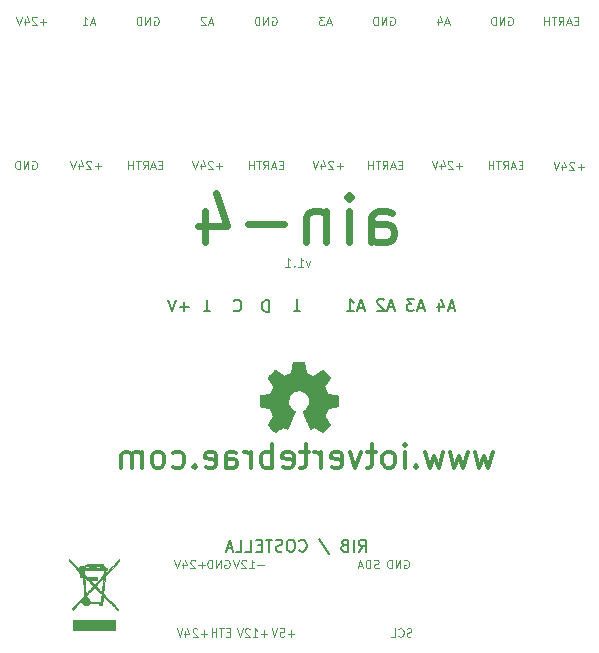
<source format=gbr>
%TF.GenerationSoftware,KiCad,Pcbnew,6.0.11+dfsg-1~bpo11+1*%
%TF.CreationDate,2023-04-06T13:05:29+02:00*%
%TF.ProjectId,ain-4_11,61696e2d-345f-4313-912e-6b696361645f,1.1*%
%TF.SameCoordinates,Original*%
%TF.FileFunction,Legend,Bot*%
%TF.FilePolarity,Positive*%
%FSLAX46Y46*%
G04 Gerber Fmt 4.6, Leading zero omitted, Abs format (unit mm)*
G04 Created by KiCad (PCBNEW 6.0.11+dfsg-1~bpo11+1) date 2023-04-06 13:05:29*
%MOMM*%
%LPD*%
G01*
G04 APERTURE LIST*
%ADD10C,0.120000*%
%ADD11C,0.150000*%
%ADD12C,0.600000*%
%ADD13C,0.300000*%
%ADD14C,0.010000*%
G04 APERTURE END LIST*
D10*
X164233333Y-113250000D02*
X164300000Y-113216666D01*
X164400000Y-113216666D01*
X164500000Y-113250000D01*
X164566666Y-113316666D01*
X164600000Y-113383333D01*
X164633333Y-113516666D01*
X164633333Y-113616666D01*
X164600000Y-113750000D01*
X164566666Y-113816666D01*
X164500000Y-113883333D01*
X164400000Y-113916666D01*
X164333333Y-113916666D01*
X164233333Y-113883333D01*
X164200000Y-113850000D01*
X164200000Y-113616666D01*
X164333333Y-113616666D01*
X163900000Y-113916666D02*
X163900000Y-113216666D01*
X163500000Y-113916666D01*
X163500000Y-113216666D01*
X163166666Y-113916666D02*
X163166666Y-113216666D01*
X163000000Y-113216666D01*
X162900000Y-113250000D01*
X162833333Y-113316666D01*
X162800000Y-113383333D01*
X162766666Y-113516666D01*
X162766666Y-113616666D01*
X162800000Y-113750000D01*
X162833333Y-113816666D01*
X162900000Y-113883333D01*
X163000000Y-113916666D01*
X163166666Y-113916666D01*
D11*
X145959523Y-91796428D02*
X145197619Y-91796428D01*
X145578571Y-92177380D02*
X145578571Y-91415476D01*
X144864285Y-91177380D02*
X144530952Y-92177380D01*
X144197619Y-91177380D01*
D10*
X147333333Y-113650000D02*
X146800000Y-113650000D01*
X147066666Y-113916666D02*
X147066666Y-113383333D01*
X146500000Y-113283333D02*
X146466666Y-113250000D01*
X146400000Y-113216666D01*
X146233333Y-113216666D01*
X146166666Y-113250000D01*
X146133333Y-113283333D01*
X146100000Y-113350000D01*
X146100000Y-113416666D01*
X146133333Y-113516666D01*
X146533333Y-113916666D01*
X146100000Y-113916666D01*
X145500000Y-113450000D02*
X145500000Y-113916666D01*
X145666666Y-113183333D02*
X145833333Y-113683333D01*
X145400000Y-113683333D01*
X145233333Y-113216666D02*
X145000000Y-113916666D01*
X144766666Y-113216666D01*
X168000000Y-67716666D02*
X167666666Y-67716666D01*
X168066666Y-67916666D02*
X167833333Y-67216666D01*
X167600000Y-67916666D01*
X167066666Y-67450000D02*
X167066666Y-67916666D01*
X167233333Y-67183333D02*
X167400000Y-67683333D01*
X166966666Y-67683333D01*
X149483333Y-119350000D02*
X149250000Y-119350000D01*
X149150000Y-119716666D02*
X149483333Y-119716666D01*
X149483333Y-119016666D01*
X149150000Y-119016666D01*
X148950000Y-119016666D02*
X148550000Y-119016666D01*
X148750000Y-119716666D02*
X148750000Y-119016666D01*
X148316666Y-119716666D02*
X148316666Y-119016666D01*
X148316666Y-119350000D02*
X147916666Y-119350000D01*
X147916666Y-119716666D02*
X147916666Y-119016666D01*
X173033333Y-67250000D02*
X173100000Y-67216666D01*
X173200000Y-67216666D01*
X173300000Y-67250000D01*
X173366666Y-67316666D01*
X173400000Y-67383333D01*
X173433333Y-67516666D01*
X173433333Y-67616666D01*
X173400000Y-67750000D01*
X173366666Y-67816666D01*
X173300000Y-67883333D01*
X173200000Y-67916666D01*
X173133333Y-67916666D01*
X173033333Y-67883333D01*
X173000000Y-67850000D01*
X173000000Y-67616666D01*
X173133333Y-67616666D01*
X172700000Y-67916666D02*
X172700000Y-67216666D01*
X172300000Y-67916666D01*
X172300000Y-67216666D01*
X171966666Y-67916666D02*
X171966666Y-67216666D01*
X171800000Y-67216666D01*
X171700000Y-67250000D01*
X171633333Y-67316666D01*
X171600000Y-67383333D01*
X171566666Y-67516666D01*
X171566666Y-67616666D01*
X171600000Y-67750000D01*
X171633333Y-67816666D01*
X171700000Y-67883333D01*
X171800000Y-67916666D01*
X171966666Y-67916666D01*
X143733333Y-79750000D02*
X143500000Y-79750000D01*
X143400000Y-80116666D02*
X143733333Y-80116666D01*
X143733333Y-79416666D01*
X143400000Y-79416666D01*
X143133333Y-79916666D02*
X142800000Y-79916666D01*
X143200000Y-80116666D02*
X142966666Y-79416666D01*
X142733333Y-80116666D01*
X142100000Y-80116666D02*
X142333333Y-79783333D01*
X142500000Y-80116666D02*
X142500000Y-79416666D01*
X142233333Y-79416666D01*
X142166666Y-79450000D01*
X142133333Y-79483333D01*
X142100000Y-79550000D01*
X142100000Y-79650000D01*
X142133333Y-79716666D01*
X142166666Y-79750000D01*
X142233333Y-79783333D01*
X142500000Y-79783333D01*
X141900000Y-79416666D02*
X141500000Y-79416666D01*
X141700000Y-80116666D02*
X141700000Y-79416666D01*
X141266666Y-80116666D02*
X141266666Y-79416666D01*
X141266666Y-79750000D02*
X140866666Y-79750000D01*
X140866666Y-80116666D02*
X140866666Y-79416666D01*
X132733333Y-79450000D02*
X132800000Y-79416666D01*
X132900000Y-79416666D01*
X133000000Y-79450000D01*
X133066666Y-79516666D01*
X133100000Y-79583333D01*
X133133333Y-79716666D01*
X133133333Y-79816666D01*
X133100000Y-79950000D01*
X133066666Y-80016666D01*
X133000000Y-80083333D01*
X132900000Y-80116666D01*
X132833333Y-80116666D01*
X132733333Y-80083333D01*
X132700000Y-80050000D01*
X132700000Y-79816666D01*
X132833333Y-79816666D01*
X132400000Y-80116666D02*
X132400000Y-79416666D01*
X132000000Y-80116666D01*
X132000000Y-79416666D01*
X131666666Y-80116666D02*
X131666666Y-79416666D01*
X131500000Y-79416666D01*
X131400000Y-79450000D01*
X131333333Y-79516666D01*
X131300000Y-79583333D01*
X131266666Y-79716666D01*
X131266666Y-79816666D01*
X131300000Y-79950000D01*
X131333333Y-80016666D01*
X131400000Y-80083333D01*
X131500000Y-80116666D01*
X131666666Y-80116666D01*
D11*
X168464285Y-91866666D02*
X167988095Y-91866666D01*
X168559523Y-92152380D02*
X168226190Y-91152380D01*
X167892857Y-92152380D01*
X167130952Y-91485714D02*
X167130952Y-92152380D01*
X167369047Y-91104761D02*
X167607142Y-91819047D01*
X166988095Y-91819047D01*
X152736904Y-92202380D02*
X152736904Y-91202380D01*
X152498809Y-91202380D01*
X152355952Y-91250000D01*
X152260714Y-91345238D01*
X152213095Y-91440476D01*
X152165476Y-91630952D01*
X152165476Y-91773809D01*
X152213095Y-91964285D01*
X152260714Y-92059523D01*
X152355952Y-92154761D01*
X152498809Y-92202380D01*
X152736904Y-92202380D01*
X154864285Y-92147619D02*
X155435714Y-92147619D01*
X155150000Y-91147619D02*
X155150000Y-92147619D01*
D10*
X133933333Y-67650000D02*
X133400000Y-67650000D01*
X133666666Y-67916666D02*
X133666666Y-67383333D01*
X133100000Y-67283333D02*
X133066666Y-67250000D01*
X133000000Y-67216666D01*
X132833333Y-67216666D01*
X132766666Y-67250000D01*
X132733333Y-67283333D01*
X132700000Y-67350000D01*
X132700000Y-67416666D01*
X132733333Y-67516666D01*
X133133333Y-67916666D01*
X132700000Y-67916666D01*
X132100000Y-67450000D02*
X132100000Y-67916666D01*
X132266666Y-67183333D02*
X132433333Y-67683333D01*
X132000000Y-67683333D01*
X131833333Y-67216666D02*
X131600000Y-67916666D01*
X131366666Y-67216666D01*
D11*
X165864285Y-91841666D02*
X165388095Y-91841666D01*
X165959523Y-92127380D02*
X165626190Y-91127380D01*
X165292857Y-92127380D01*
X165054761Y-91127380D02*
X164435714Y-91127380D01*
X164769047Y-91508333D01*
X164626190Y-91508333D01*
X164530952Y-91555952D01*
X164483333Y-91603571D01*
X164435714Y-91698809D01*
X164435714Y-91936904D01*
X164483333Y-92032142D01*
X164530952Y-92079761D01*
X164626190Y-92127380D01*
X164911904Y-92127380D01*
X165007142Y-92079761D01*
X165054761Y-92032142D01*
D10*
X138000000Y-67716666D02*
X137666666Y-67716666D01*
X138066666Y-67916666D02*
X137833333Y-67216666D01*
X137600000Y-67916666D01*
X137000000Y-67916666D02*
X137400000Y-67916666D01*
X137200000Y-67916666D02*
X137200000Y-67216666D01*
X137266666Y-67316666D01*
X137333333Y-67383333D01*
X137400000Y-67416666D01*
X152633333Y-119450000D02*
X152100000Y-119450000D01*
X152366666Y-119716666D02*
X152366666Y-119183333D01*
X151400000Y-119716666D02*
X151800000Y-119716666D01*
X151600000Y-119716666D02*
X151600000Y-119016666D01*
X151666666Y-119116666D01*
X151733333Y-119183333D01*
X151800000Y-119216666D01*
X151133333Y-119083333D02*
X151100000Y-119050000D01*
X151033333Y-119016666D01*
X150866666Y-119016666D01*
X150800000Y-119050000D01*
X150766666Y-119083333D01*
X150733333Y-119150000D01*
X150733333Y-119216666D01*
X150766666Y-119316666D01*
X151166666Y-119716666D01*
X150733333Y-119716666D01*
X150533333Y-119016666D02*
X150300000Y-119716666D01*
X150066666Y-119016666D01*
X178933333Y-67550000D02*
X178700000Y-67550000D01*
X178600000Y-67916666D02*
X178933333Y-67916666D01*
X178933333Y-67216666D01*
X178600000Y-67216666D01*
X178333333Y-67716666D02*
X178000000Y-67716666D01*
X178400000Y-67916666D02*
X178166666Y-67216666D01*
X177933333Y-67916666D01*
X177300000Y-67916666D02*
X177533333Y-67583333D01*
X177700000Y-67916666D02*
X177700000Y-67216666D01*
X177433333Y-67216666D01*
X177366666Y-67250000D01*
X177333333Y-67283333D01*
X177300000Y-67350000D01*
X177300000Y-67450000D01*
X177333333Y-67516666D01*
X177366666Y-67550000D01*
X177433333Y-67583333D01*
X177700000Y-67583333D01*
X177100000Y-67216666D02*
X176700000Y-67216666D01*
X176900000Y-67916666D02*
X176900000Y-67216666D01*
X176466666Y-67916666D02*
X176466666Y-67216666D01*
X176466666Y-67550000D02*
X176066666Y-67550000D01*
X176066666Y-67916666D02*
X176066666Y-67216666D01*
X154900000Y-119450000D02*
X154366666Y-119450000D01*
X154633333Y-119716666D02*
X154633333Y-119183333D01*
X153700000Y-119016666D02*
X154033333Y-119016666D01*
X154066666Y-119350000D01*
X154033333Y-119316666D01*
X153966666Y-119283333D01*
X153800000Y-119283333D01*
X153733333Y-119316666D01*
X153700000Y-119350000D01*
X153666666Y-119416666D01*
X153666666Y-119583333D01*
X153700000Y-119650000D01*
X153733333Y-119683333D01*
X153800000Y-119716666D01*
X153966666Y-119716666D01*
X154033333Y-119683333D01*
X154066666Y-119650000D01*
X153466666Y-119016666D02*
X153233333Y-119716666D01*
X153000000Y-119016666D01*
D11*
X163364285Y-91816666D02*
X162888095Y-91816666D01*
X163459523Y-92102380D02*
X163126190Y-91102380D01*
X162792857Y-92102380D01*
X162507142Y-91197619D02*
X162459523Y-91150000D01*
X162364285Y-91102380D01*
X162126190Y-91102380D01*
X162030952Y-91150000D01*
X161983333Y-91197619D01*
X161935714Y-91292857D01*
X161935714Y-91388095D01*
X161983333Y-91530952D01*
X162554761Y-92102380D01*
X161935714Y-92102380D01*
X160385714Y-112502380D02*
X160719047Y-112026190D01*
X160957142Y-112502380D02*
X160957142Y-111502380D01*
X160576190Y-111502380D01*
X160480952Y-111550000D01*
X160433333Y-111597619D01*
X160385714Y-111692857D01*
X160385714Y-111835714D01*
X160433333Y-111930952D01*
X160480952Y-111978571D01*
X160576190Y-112026190D01*
X160957142Y-112026190D01*
X159957142Y-112502380D02*
X159957142Y-111502380D01*
X159147619Y-111978571D02*
X159004761Y-112026190D01*
X158957142Y-112073809D01*
X158909523Y-112169047D01*
X158909523Y-112311904D01*
X158957142Y-112407142D01*
X159004761Y-112454761D01*
X159100000Y-112502380D01*
X159480952Y-112502380D01*
X159480952Y-111502380D01*
X159147619Y-111502380D01*
X159052380Y-111550000D01*
X159004761Y-111597619D01*
X158957142Y-111692857D01*
X158957142Y-111788095D01*
X159004761Y-111883333D01*
X159052380Y-111930952D01*
X159147619Y-111978571D01*
X159480952Y-111978571D01*
X157004761Y-111454761D02*
X157861904Y-112740476D01*
X155338095Y-112407142D02*
X155385714Y-112454761D01*
X155528571Y-112502380D01*
X155623809Y-112502380D01*
X155766666Y-112454761D01*
X155861904Y-112359523D01*
X155909523Y-112264285D01*
X155957142Y-112073809D01*
X155957142Y-111930952D01*
X155909523Y-111740476D01*
X155861904Y-111645238D01*
X155766666Y-111550000D01*
X155623809Y-111502380D01*
X155528571Y-111502380D01*
X155385714Y-111550000D01*
X155338095Y-111597619D01*
X154719047Y-111502380D02*
X154528571Y-111502380D01*
X154433333Y-111550000D01*
X154338095Y-111645238D01*
X154290476Y-111835714D01*
X154290476Y-112169047D01*
X154338095Y-112359523D01*
X154433333Y-112454761D01*
X154528571Y-112502380D01*
X154719047Y-112502380D01*
X154814285Y-112454761D01*
X154909523Y-112359523D01*
X154957142Y-112169047D01*
X154957142Y-111835714D01*
X154909523Y-111645238D01*
X154814285Y-111550000D01*
X154719047Y-111502380D01*
X153909523Y-112454761D02*
X153766666Y-112502380D01*
X153528571Y-112502380D01*
X153433333Y-112454761D01*
X153385714Y-112407142D01*
X153338095Y-112311904D01*
X153338095Y-112216666D01*
X153385714Y-112121428D01*
X153433333Y-112073809D01*
X153528571Y-112026190D01*
X153719047Y-111978571D01*
X153814285Y-111930952D01*
X153861904Y-111883333D01*
X153909523Y-111788095D01*
X153909523Y-111692857D01*
X153861904Y-111597619D01*
X153814285Y-111550000D01*
X153719047Y-111502380D01*
X153480952Y-111502380D01*
X153338095Y-111550000D01*
X153052380Y-111502380D02*
X152480952Y-111502380D01*
X152766666Y-112502380D02*
X152766666Y-111502380D01*
X152147619Y-111978571D02*
X151814285Y-111978571D01*
X151671428Y-112502380D02*
X152147619Y-112502380D01*
X152147619Y-111502380D01*
X151671428Y-111502380D01*
X150766666Y-112502380D02*
X151242857Y-112502380D01*
X151242857Y-111502380D01*
X149957142Y-112502380D02*
X150433333Y-112502380D01*
X150433333Y-111502380D01*
X149671428Y-112216666D02*
X149195238Y-112216666D01*
X149766666Y-112502380D02*
X149433333Y-111502380D01*
X149100000Y-112502380D01*
X147239285Y-92172619D02*
X147810714Y-92172619D01*
X147525000Y-91172619D02*
X147525000Y-92172619D01*
D10*
X156271428Y-87889285D02*
X156092857Y-88389285D01*
X155914285Y-87889285D01*
X155235714Y-88389285D02*
X155664285Y-88389285D01*
X155450000Y-88389285D02*
X155450000Y-87639285D01*
X155521428Y-87746428D01*
X155592857Y-87817857D01*
X155664285Y-87853571D01*
X154914285Y-88317857D02*
X154878571Y-88353571D01*
X154914285Y-88389285D01*
X154950000Y-88353571D01*
X154914285Y-88317857D01*
X154914285Y-88389285D01*
X154164285Y-88389285D02*
X154592857Y-88389285D01*
X154378571Y-88389285D02*
X154378571Y-87639285D01*
X154450000Y-87746428D01*
X154521428Y-87817857D01*
X154592857Y-87853571D01*
X153933333Y-79750000D02*
X153700000Y-79750000D01*
X153600000Y-80116666D02*
X153933333Y-80116666D01*
X153933333Y-79416666D01*
X153600000Y-79416666D01*
X153333333Y-79916666D02*
X153000000Y-79916666D01*
X153400000Y-80116666D02*
X153166666Y-79416666D01*
X152933333Y-80116666D01*
X152300000Y-80116666D02*
X152533333Y-79783333D01*
X152700000Y-80116666D02*
X152700000Y-79416666D01*
X152433333Y-79416666D01*
X152366666Y-79450000D01*
X152333333Y-79483333D01*
X152300000Y-79550000D01*
X152300000Y-79650000D01*
X152333333Y-79716666D01*
X152366666Y-79750000D01*
X152433333Y-79783333D01*
X152700000Y-79783333D01*
X152100000Y-79416666D02*
X151700000Y-79416666D01*
X151900000Y-80116666D02*
X151900000Y-79416666D01*
X151466666Y-80116666D02*
X151466666Y-79416666D01*
X151466666Y-79750000D02*
X151066666Y-79750000D01*
X151066666Y-80116666D02*
X151066666Y-79416666D01*
X149033333Y-113250000D02*
X149100000Y-113216666D01*
X149200000Y-113216666D01*
X149300000Y-113250000D01*
X149366666Y-113316666D01*
X149400000Y-113383333D01*
X149433333Y-113516666D01*
X149433333Y-113616666D01*
X149400000Y-113750000D01*
X149366666Y-113816666D01*
X149300000Y-113883333D01*
X149200000Y-113916666D01*
X149133333Y-113916666D01*
X149033333Y-113883333D01*
X149000000Y-113850000D01*
X149000000Y-113616666D01*
X149133333Y-113616666D01*
X148700000Y-113916666D02*
X148700000Y-113216666D01*
X148300000Y-113916666D01*
X148300000Y-113216666D01*
X147966666Y-113916666D02*
X147966666Y-113216666D01*
X147800000Y-113216666D01*
X147700000Y-113250000D01*
X147633333Y-113316666D01*
X147600000Y-113383333D01*
X147566666Y-113516666D01*
X147566666Y-113616666D01*
X147600000Y-113750000D01*
X147633333Y-113816666D01*
X147700000Y-113883333D01*
X147800000Y-113916666D01*
X147966666Y-113916666D01*
X143033333Y-67250000D02*
X143100000Y-67216666D01*
X143200000Y-67216666D01*
X143300000Y-67250000D01*
X143366666Y-67316666D01*
X143400000Y-67383333D01*
X143433333Y-67516666D01*
X143433333Y-67616666D01*
X143400000Y-67750000D01*
X143366666Y-67816666D01*
X143300000Y-67883333D01*
X143200000Y-67916666D01*
X143133333Y-67916666D01*
X143033333Y-67883333D01*
X143000000Y-67850000D01*
X143000000Y-67616666D01*
X143133333Y-67616666D01*
X142700000Y-67916666D02*
X142700000Y-67216666D01*
X142300000Y-67916666D01*
X142300000Y-67216666D01*
X141966666Y-67916666D02*
X141966666Y-67216666D01*
X141800000Y-67216666D01*
X141700000Y-67250000D01*
X141633333Y-67316666D01*
X141600000Y-67383333D01*
X141566666Y-67516666D01*
X141566666Y-67616666D01*
X141600000Y-67750000D01*
X141633333Y-67816666D01*
X141700000Y-67883333D01*
X141800000Y-67916666D01*
X141966666Y-67916666D01*
X169133333Y-79850000D02*
X168600000Y-79850000D01*
X168866666Y-80116666D02*
X168866666Y-79583333D01*
X168300000Y-79483333D02*
X168266666Y-79450000D01*
X168200000Y-79416666D01*
X168033333Y-79416666D01*
X167966666Y-79450000D01*
X167933333Y-79483333D01*
X167900000Y-79550000D01*
X167900000Y-79616666D01*
X167933333Y-79716666D01*
X168333333Y-80116666D01*
X167900000Y-80116666D01*
X167300000Y-79650000D02*
X167300000Y-80116666D01*
X167466666Y-79383333D02*
X167633333Y-79883333D01*
X167200000Y-79883333D01*
X167033333Y-79416666D02*
X166800000Y-80116666D01*
X166566666Y-79416666D01*
X164033333Y-79750000D02*
X163800000Y-79750000D01*
X163700000Y-80116666D02*
X164033333Y-80116666D01*
X164033333Y-79416666D01*
X163700000Y-79416666D01*
X163433333Y-79916666D02*
X163100000Y-79916666D01*
X163500000Y-80116666D02*
X163266666Y-79416666D01*
X163033333Y-80116666D01*
X162400000Y-80116666D02*
X162633333Y-79783333D01*
X162800000Y-80116666D02*
X162800000Y-79416666D01*
X162533333Y-79416666D01*
X162466666Y-79450000D01*
X162433333Y-79483333D01*
X162400000Y-79550000D01*
X162400000Y-79650000D01*
X162433333Y-79716666D01*
X162466666Y-79750000D01*
X162533333Y-79783333D01*
X162800000Y-79783333D01*
X162200000Y-79416666D02*
X161800000Y-79416666D01*
X162000000Y-80116666D02*
X162000000Y-79416666D01*
X161566666Y-80116666D02*
X161566666Y-79416666D01*
X161566666Y-79750000D02*
X161166666Y-79750000D01*
X161166666Y-80116666D02*
X161166666Y-79416666D01*
X174233333Y-79750000D02*
X174000000Y-79750000D01*
X173900000Y-80116666D02*
X174233333Y-80116666D01*
X174233333Y-79416666D01*
X173900000Y-79416666D01*
X173633333Y-79916666D02*
X173300000Y-79916666D01*
X173700000Y-80116666D02*
X173466666Y-79416666D01*
X173233333Y-80116666D01*
X172600000Y-80116666D02*
X172833333Y-79783333D01*
X173000000Y-80116666D02*
X173000000Y-79416666D01*
X172733333Y-79416666D01*
X172666666Y-79450000D01*
X172633333Y-79483333D01*
X172600000Y-79550000D01*
X172600000Y-79650000D01*
X172633333Y-79716666D01*
X172666666Y-79750000D01*
X172733333Y-79783333D01*
X173000000Y-79783333D01*
X172400000Y-79416666D02*
X172000000Y-79416666D01*
X172200000Y-80116666D02*
X172200000Y-79416666D01*
X171766666Y-80116666D02*
X171766666Y-79416666D01*
X171766666Y-79750000D02*
X171366666Y-79750000D01*
X171366666Y-80116666D02*
X171366666Y-79416666D01*
D11*
X160814285Y-91866666D02*
X160338095Y-91866666D01*
X160909523Y-92152380D02*
X160576190Y-91152380D01*
X160242857Y-92152380D01*
X159385714Y-92152380D02*
X159957142Y-92152380D01*
X159671428Y-92152380D02*
X159671428Y-91152380D01*
X159766666Y-91295238D01*
X159861904Y-91390476D01*
X159957142Y-91438095D01*
X149790476Y-92082142D02*
X149838095Y-92129761D01*
X149980952Y-92177380D01*
X150076190Y-92177380D01*
X150219047Y-92129761D01*
X150314285Y-92034523D01*
X150361904Y-91939285D01*
X150409523Y-91748809D01*
X150409523Y-91605952D01*
X150361904Y-91415476D01*
X150314285Y-91320238D01*
X150219047Y-91225000D01*
X150076190Y-91177380D01*
X149980952Y-91177380D01*
X149838095Y-91225000D01*
X149790476Y-91272619D01*
D10*
X153033333Y-67250000D02*
X153100000Y-67216666D01*
X153200000Y-67216666D01*
X153300000Y-67250000D01*
X153366666Y-67316666D01*
X153400000Y-67383333D01*
X153433333Y-67516666D01*
X153433333Y-67616666D01*
X153400000Y-67750000D01*
X153366666Y-67816666D01*
X153300000Y-67883333D01*
X153200000Y-67916666D01*
X153133333Y-67916666D01*
X153033333Y-67883333D01*
X153000000Y-67850000D01*
X153000000Y-67616666D01*
X153133333Y-67616666D01*
X152700000Y-67916666D02*
X152700000Y-67216666D01*
X152300000Y-67916666D01*
X152300000Y-67216666D01*
X151966666Y-67916666D02*
X151966666Y-67216666D01*
X151800000Y-67216666D01*
X151700000Y-67250000D01*
X151633333Y-67316666D01*
X151600000Y-67383333D01*
X151566666Y-67516666D01*
X151566666Y-67616666D01*
X151600000Y-67750000D01*
X151633333Y-67816666D01*
X151700000Y-67883333D01*
X151800000Y-67916666D01*
X151966666Y-67916666D01*
X138533333Y-79850000D02*
X138000000Y-79850000D01*
X138266666Y-80116666D02*
X138266666Y-79583333D01*
X137700000Y-79483333D02*
X137666666Y-79450000D01*
X137600000Y-79416666D01*
X137433333Y-79416666D01*
X137366666Y-79450000D01*
X137333333Y-79483333D01*
X137300000Y-79550000D01*
X137300000Y-79616666D01*
X137333333Y-79716666D01*
X137733333Y-80116666D01*
X137300000Y-80116666D01*
X136700000Y-79650000D02*
X136700000Y-80116666D01*
X136866666Y-79383333D02*
X137033333Y-79883333D01*
X136600000Y-79883333D01*
X136433333Y-79416666D02*
X136200000Y-80116666D01*
X135966666Y-79416666D01*
X152333333Y-113650000D02*
X151800000Y-113650000D01*
X151100000Y-113916666D02*
X151500000Y-113916666D01*
X151300000Y-113916666D02*
X151300000Y-113216666D01*
X151366666Y-113316666D01*
X151433333Y-113383333D01*
X151500000Y-113416666D01*
X150833333Y-113283333D02*
X150800000Y-113250000D01*
X150733333Y-113216666D01*
X150566666Y-113216666D01*
X150500000Y-113250000D01*
X150466666Y-113283333D01*
X150433333Y-113350000D01*
X150433333Y-113416666D01*
X150466666Y-113516666D01*
X150866666Y-113916666D01*
X150433333Y-113916666D01*
X150233333Y-113216666D02*
X150000000Y-113916666D01*
X149766666Y-113216666D01*
X148000000Y-67716666D02*
X147666666Y-67716666D01*
X148066666Y-67916666D02*
X147833333Y-67216666D01*
X147600000Y-67916666D01*
X147400000Y-67283333D02*
X147366666Y-67250000D01*
X147300000Y-67216666D01*
X147133333Y-67216666D01*
X147066666Y-67250000D01*
X147033333Y-67283333D01*
X147000000Y-67350000D01*
X147000000Y-67416666D01*
X147033333Y-67516666D01*
X147433333Y-67916666D01*
X147000000Y-67916666D01*
X179433333Y-79950000D02*
X178900000Y-79950000D01*
X179166666Y-80216666D02*
X179166666Y-79683333D01*
X178600000Y-79583333D02*
X178566666Y-79550000D01*
X178500000Y-79516666D01*
X178333333Y-79516666D01*
X178266666Y-79550000D01*
X178233333Y-79583333D01*
X178200000Y-79650000D01*
X178200000Y-79716666D01*
X178233333Y-79816666D01*
X178633333Y-80216666D01*
X178200000Y-80216666D01*
X177600000Y-79750000D02*
X177600000Y-80216666D01*
X177766666Y-79483333D02*
X177933333Y-79983333D01*
X177500000Y-79983333D01*
X177333333Y-79516666D02*
X177100000Y-80216666D01*
X176866666Y-79516666D01*
X162050000Y-113883333D02*
X161950000Y-113916666D01*
X161783333Y-113916666D01*
X161716666Y-113883333D01*
X161683333Y-113850000D01*
X161650000Y-113783333D01*
X161650000Y-113716666D01*
X161683333Y-113650000D01*
X161716666Y-113616666D01*
X161783333Y-113583333D01*
X161916666Y-113550000D01*
X161983333Y-113516666D01*
X162016666Y-113483333D01*
X162050000Y-113416666D01*
X162050000Y-113350000D01*
X162016666Y-113283333D01*
X161983333Y-113250000D01*
X161916666Y-113216666D01*
X161750000Y-113216666D01*
X161650000Y-113250000D01*
X161350000Y-113916666D02*
X161350000Y-113216666D01*
X161183333Y-113216666D01*
X161083333Y-113250000D01*
X161016666Y-113316666D01*
X160983333Y-113383333D01*
X160950000Y-113516666D01*
X160950000Y-113616666D01*
X160983333Y-113750000D01*
X161016666Y-113816666D01*
X161083333Y-113883333D01*
X161183333Y-113916666D01*
X161350000Y-113916666D01*
X160683333Y-113716666D02*
X160350000Y-113716666D01*
X160750000Y-113916666D02*
X160516666Y-113216666D01*
X160283333Y-113916666D01*
X148833333Y-79850000D02*
X148300000Y-79850000D01*
X148566666Y-80116666D02*
X148566666Y-79583333D01*
X148000000Y-79483333D02*
X147966666Y-79450000D01*
X147900000Y-79416666D01*
X147733333Y-79416666D01*
X147666666Y-79450000D01*
X147633333Y-79483333D01*
X147600000Y-79550000D01*
X147600000Y-79616666D01*
X147633333Y-79716666D01*
X148033333Y-80116666D01*
X147600000Y-80116666D01*
X147000000Y-79650000D02*
X147000000Y-80116666D01*
X147166666Y-79383333D02*
X147333333Y-79883333D01*
X146900000Y-79883333D01*
X146733333Y-79416666D02*
X146500000Y-80116666D01*
X146266666Y-79416666D01*
D12*
X161435714Y-86309523D02*
X161435714Y-84214285D01*
X161626190Y-83833333D01*
X162007142Y-83642857D01*
X162769047Y-83642857D01*
X163150000Y-83833333D01*
X161435714Y-86119047D02*
X161816666Y-86309523D01*
X162769047Y-86309523D01*
X163150000Y-86119047D01*
X163340476Y-85738095D01*
X163340476Y-85357142D01*
X163150000Y-84976190D01*
X162769047Y-84785714D01*
X161816666Y-84785714D01*
X161435714Y-84595238D01*
X159530952Y-86309523D02*
X159530952Y-83642857D01*
X159530952Y-82309523D02*
X159721428Y-82500000D01*
X159530952Y-82690476D01*
X159340476Y-82500000D01*
X159530952Y-82309523D01*
X159530952Y-82690476D01*
X157626190Y-83642857D02*
X157626190Y-86309523D01*
X157626190Y-84023809D02*
X157435714Y-83833333D01*
X157054761Y-83642857D01*
X156483333Y-83642857D01*
X156102380Y-83833333D01*
X155911904Y-84214285D01*
X155911904Y-86309523D01*
X154007142Y-84785714D02*
X150959523Y-84785714D01*
X147340476Y-83642857D02*
X147340476Y-86309523D01*
X148292857Y-82119047D02*
X149245238Y-84976190D01*
X146769047Y-84976190D01*
D10*
X159033333Y-79850000D02*
X158500000Y-79850000D01*
X158766666Y-80116666D02*
X158766666Y-79583333D01*
X158200000Y-79483333D02*
X158166666Y-79450000D01*
X158100000Y-79416666D01*
X157933333Y-79416666D01*
X157866666Y-79450000D01*
X157833333Y-79483333D01*
X157800000Y-79550000D01*
X157800000Y-79616666D01*
X157833333Y-79716666D01*
X158233333Y-80116666D01*
X157800000Y-80116666D01*
X157200000Y-79650000D02*
X157200000Y-80116666D01*
X157366666Y-79383333D02*
X157533333Y-79883333D01*
X157100000Y-79883333D01*
X156933333Y-79416666D02*
X156700000Y-80116666D01*
X156466666Y-79416666D01*
D13*
X171709523Y-104071428D02*
X171328571Y-105404761D01*
X170947619Y-104452380D01*
X170566666Y-105404761D01*
X170185714Y-104071428D01*
X169614285Y-104071428D02*
X169233333Y-105404761D01*
X168852380Y-104452380D01*
X168471428Y-105404761D01*
X168090476Y-104071428D01*
X167519047Y-104071428D02*
X167138095Y-105404761D01*
X166757142Y-104452380D01*
X166376190Y-105404761D01*
X165995238Y-104071428D01*
X165233333Y-105214285D02*
X165138095Y-105309523D01*
X165233333Y-105404761D01*
X165328571Y-105309523D01*
X165233333Y-105214285D01*
X165233333Y-105404761D01*
X164280952Y-105404761D02*
X164280952Y-104071428D01*
X164280952Y-103404761D02*
X164376190Y-103500000D01*
X164280952Y-103595238D01*
X164185714Y-103500000D01*
X164280952Y-103404761D01*
X164280952Y-103595238D01*
X163042857Y-105404761D02*
X163233333Y-105309523D01*
X163328571Y-105214285D01*
X163423809Y-105023809D01*
X163423809Y-104452380D01*
X163328571Y-104261904D01*
X163233333Y-104166666D01*
X163042857Y-104071428D01*
X162757142Y-104071428D01*
X162566666Y-104166666D01*
X162471428Y-104261904D01*
X162376190Y-104452380D01*
X162376190Y-105023809D01*
X162471428Y-105214285D01*
X162566666Y-105309523D01*
X162757142Y-105404761D01*
X163042857Y-105404761D01*
X161804761Y-104071428D02*
X161042857Y-104071428D01*
X161519047Y-103404761D02*
X161519047Y-105119047D01*
X161423809Y-105309523D01*
X161233333Y-105404761D01*
X161042857Y-105404761D01*
X160566666Y-104071428D02*
X160090476Y-105404761D01*
X159614285Y-104071428D01*
X158090476Y-105309523D02*
X158280952Y-105404761D01*
X158661904Y-105404761D01*
X158852380Y-105309523D01*
X158947619Y-105119047D01*
X158947619Y-104357142D01*
X158852380Y-104166666D01*
X158661904Y-104071428D01*
X158280952Y-104071428D01*
X158090476Y-104166666D01*
X157995238Y-104357142D01*
X157995238Y-104547619D01*
X158947619Y-104738095D01*
X157138095Y-105404761D02*
X157138095Y-104071428D01*
X157138095Y-104452380D02*
X157042857Y-104261904D01*
X156947619Y-104166666D01*
X156757142Y-104071428D01*
X156566666Y-104071428D01*
X156185714Y-104071428D02*
X155423809Y-104071428D01*
X155900000Y-103404761D02*
X155900000Y-105119047D01*
X155804761Y-105309523D01*
X155614285Y-105404761D01*
X155423809Y-105404761D01*
X153995238Y-105309523D02*
X154185714Y-105404761D01*
X154566666Y-105404761D01*
X154757142Y-105309523D01*
X154852380Y-105119047D01*
X154852380Y-104357142D01*
X154757142Y-104166666D01*
X154566666Y-104071428D01*
X154185714Y-104071428D01*
X153995238Y-104166666D01*
X153900000Y-104357142D01*
X153900000Y-104547619D01*
X154852380Y-104738095D01*
X153042857Y-105404761D02*
X153042857Y-103404761D01*
X153042857Y-104166666D02*
X152852380Y-104071428D01*
X152471428Y-104071428D01*
X152280952Y-104166666D01*
X152185714Y-104261904D01*
X152090476Y-104452380D01*
X152090476Y-105023809D01*
X152185714Y-105214285D01*
X152280952Y-105309523D01*
X152471428Y-105404761D01*
X152852380Y-105404761D01*
X153042857Y-105309523D01*
X151233333Y-105404761D02*
X151233333Y-104071428D01*
X151233333Y-104452380D02*
X151138095Y-104261904D01*
X151042857Y-104166666D01*
X150852380Y-104071428D01*
X150661904Y-104071428D01*
X149138095Y-105404761D02*
X149138095Y-104357142D01*
X149233333Y-104166666D01*
X149423809Y-104071428D01*
X149804761Y-104071428D01*
X149995238Y-104166666D01*
X149138095Y-105309523D02*
X149328571Y-105404761D01*
X149804761Y-105404761D01*
X149995238Y-105309523D01*
X150090476Y-105119047D01*
X150090476Y-104928571D01*
X149995238Y-104738095D01*
X149804761Y-104642857D01*
X149328571Y-104642857D01*
X149138095Y-104547619D01*
X147423809Y-105309523D02*
X147614285Y-105404761D01*
X147995238Y-105404761D01*
X148185714Y-105309523D01*
X148280952Y-105119047D01*
X148280952Y-104357142D01*
X148185714Y-104166666D01*
X147995238Y-104071428D01*
X147614285Y-104071428D01*
X147423809Y-104166666D01*
X147328571Y-104357142D01*
X147328571Y-104547619D01*
X148280952Y-104738095D01*
X146471428Y-105214285D02*
X146376190Y-105309523D01*
X146471428Y-105404761D01*
X146566666Y-105309523D01*
X146471428Y-105214285D01*
X146471428Y-105404761D01*
X144661904Y-105309523D02*
X144852380Y-105404761D01*
X145233333Y-105404761D01*
X145423809Y-105309523D01*
X145519047Y-105214285D01*
X145614285Y-105023809D01*
X145614285Y-104452380D01*
X145519047Y-104261904D01*
X145423809Y-104166666D01*
X145233333Y-104071428D01*
X144852380Y-104071428D01*
X144661904Y-104166666D01*
X143519047Y-105404761D02*
X143709523Y-105309523D01*
X143804761Y-105214285D01*
X143900000Y-105023809D01*
X143900000Y-104452380D01*
X143804761Y-104261904D01*
X143709523Y-104166666D01*
X143519047Y-104071428D01*
X143233333Y-104071428D01*
X143042857Y-104166666D01*
X142947619Y-104261904D01*
X142852380Y-104452380D01*
X142852380Y-105023809D01*
X142947619Y-105214285D01*
X143042857Y-105309523D01*
X143233333Y-105404761D01*
X143519047Y-105404761D01*
X141995238Y-105404761D02*
X141995238Y-104071428D01*
X141995238Y-104261904D02*
X141900000Y-104166666D01*
X141709523Y-104071428D01*
X141423809Y-104071428D01*
X141233333Y-104166666D01*
X141138095Y-104357142D01*
X141138095Y-105404761D01*
X141138095Y-104357142D02*
X141042857Y-104166666D01*
X140852380Y-104071428D01*
X140566666Y-104071428D01*
X140376190Y-104166666D01*
X140280952Y-104357142D01*
X140280952Y-105404761D01*
D10*
X158000000Y-67716666D02*
X157666666Y-67716666D01*
X158066666Y-67916666D02*
X157833333Y-67216666D01*
X157600000Y-67916666D01*
X157433333Y-67216666D02*
X157000000Y-67216666D01*
X157233333Y-67483333D01*
X157133333Y-67483333D01*
X157066666Y-67516666D01*
X157033333Y-67550000D01*
X157000000Y-67616666D01*
X157000000Y-67783333D01*
X157033333Y-67850000D01*
X157066666Y-67883333D01*
X157133333Y-67916666D01*
X157333333Y-67916666D01*
X157400000Y-67883333D01*
X157433333Y-67850000D01*
X147533333Y-119450000D02*
X147000000Y-119450000D01*
X147266666Y-119716666D02*
X147266666Y-119183333D01*
X146700000Y-119083333D02*
X146666666Y-119050000D01*
X146600000Y-119016666D01*
X146433333Y-119016666D01*
X146366666Y-119050000D01*
X146333333Y-119083333D01*
X146300000Y-119150000D01*
X146300000Y-119216666D01*
X146333333Y-119316666D01*
X146733333Y-119716666D01*
X146300000Y-119716666D01*
X145700000Y-119250000D02*
X145700000Y-119716666D01*
X145866666Y-118983333D02*
X146033333Y-119483333D01*
X145600000Y-119483333D01*
X145433333Y-119016666D02*
X145200000Y-119716666D01*
X144966666Y-119016666D01*
X164833333Y-119683333D02*
X164733333Y-119716666D01*
X164566666Y-119716666D01*
X164500000Y-119683333D01*
X164466666Y-119650000D01*
X164433333Y-119583333D01*
X164433333Y-119516666D01*
X164466666Y-119450000D01*
X164500000Y-119416666D01*
X164566666Y-119383333D01*
X164700000Y-119350000D01*
X164766666Y-119316666D01*
X164800000Y-119283333D01*
X164833333Y-119216666D01*
X164833333Y-119150000D01*
X164800000Y-119083333D01*
X164766666Y-119050000D01*
X164700000Y-119016666D01*
X164533333Y-119016666D01*
X164433333Y-119050000D01*
X163733333Y-119650000D02*
X163766666Y-119683333D01*
X163866666Y-119716666D01*
X163933333Y-119716666D01*
X164033333Y-119683333D01*
X164100000Y-119616666D01*
X164133333Y-119550000D01*
X164166666Y-119416666D01*
X164166666Y-119316666D01*
X164133333Y-119183333D01*
X164100000Y-119116666D01*
X164033333Y-119050000D01*
X163933333Y-119016666D01*
X163866666Y-119016666D01*
X163766666Y-119050000D01*
X163733333Y-119083333D01*
X163100000Y-119716666D02*
X163433333Y-119716666D01*
X163433333Y-119016666D01*
X163033333Y-67250000D02*
X163100000Y-67216666D01*
X163200000Y-67216666D01*
X163300000Y-67250000D01*
X163366666Y-67316666D01*
X163400000Y-67383333D01*
X163433333Y-67516666D01*
X163433333Y-67616666D01*
X163400000Y-67750000D01*
X163366666Y-67816666D01*
X163300000Y-67883333D01*
X163200000Y-67916666D01*
X163133333Y-67916666D01*
X163033333Y-67883333D01*
X163000000Y-67850000D01*
X163000000Y-67616666D01*
X163133333Y-67616666D01*
X162700000Y-67916666D02*
X162700000Y-67216666D01*
X162300000Y-67916666D01*
X162300000Y-67216666D01*
X161966666Y-67916666D02*
X161966666Y-67216666D01*
X161800000Y-67216666D01*
X161700000Y-67250000D01*
X161633333Y-67316666D01*
X161600000Y-67383333D01*
X161566666Y-67516666D01*
X161566666Y-67616666D01*
X161600000Y-67750000D01*
X161633333Y-67816666D01*
X161700000Y-67883333D01*
X161800000Y-67916666D01*
X161966666Y-67916666D01*
%TO.C,REF\u002A\u002A*%
G36*
X155837275Y-96918931D02*
G01*
X155921095Y-97363555D01*
X156539667Y-97618551D01*
X156910707Y-97366246D01*
X156984144Y-97316506D01*
X157081499Y-97251218D01*
X157165787Y-97195454D01*
X157232631Y-97152078D01*
X157277654Y-97123953D01*
X157296478Y-97113942D01*
X157308039Y-97121061D01*
X157342596Y-97150894D01*
X157394894Y-97199852D01*
X157460500Y-97263440D01*
X157534983Y-97337163D01*
X157613913Y-97416525D01*
X157692856Y-97497031D01*
X157767384Y-97574185D01*
X157833063Y-97643493D01*
X157885463Y-97700457D01*
X157920153Y-97740584D01*
X157932701Y-97759377D01*
X157929782Y-97767451D01*
X157909571Y-97803469D01*
X157872663Y-97862744D01*
X157822050Y-97940630D01*
X157760725Y-98032481D01*
X157691679Y-98133650D01*
X157653787Y-98188826D01*
X157588606Y-98284884D01*
X157532723Y-98368717D01*
X157489117Y-98435777D01*
X157460769Y-98481519D01*
X157450657Y-98501396D01*
X157450823Y-98502497D01*
X157459743Y-98527694D01*
X157480206Y-98579147D01*
X157509360Y-98650135D01*
X157544353Y-98733935D01*
X157582332Y-98823828D01*
X157620445Y-98913091D01*
X157655839Y-98995003D01*
X157685662Y-99062843D01*
X157707061Y-99109890D01*
X157717184Y-99129422D01*
X157723174Y-99131155D01*
X157759566Y-99138969D01*
X157824427Y-99151915D01*
X157912565Y-99168979D01*
X158018787Y-99189151D01*
X158137902Y-99211418D01*
X158200683Y-99223223D01*
X158315912Y-99245748D01*
X158416662Y-99266550D01*
X158497426Y-99284435D01*
X158552698Y-99298208D01*
X158576971Y-99306674D01*
X158581331Y-99315066D01*
X158588563Y-99356072D01*
X158594246Y-99424368D01*
X158598382Y-99513529D01*
X158600977Y-99617128D01*
X158602036Y-99728740D01*
X158601561Y-99841938D01*
X158599559Y-99950296D01*
X158596033Y-100047389D01*
X158590987Y-100126790D01*
X158584427Y-100182072D01*
X158576356Y-100206810D01*
X158571458Y-100209600D01*
X158534930Y-100221569D01*
X158471565Y-100237405D01*
X158388686Y-100255374D01*
X158293618Y-100273741D01*
X158261542Y-100279591D01*
X158113393Y-100306798D01*
X157996961Y-100328663D01*
X157908209Y-100346093D01*
X157843103Y-100359996D01*
X157797606Y-100371277D01*
X157767682Y-100380843D01*
X157749294Y-100389601D01*
X157738407Y-100398457D01*
X157737142Y-100399943D01*
X157719338Y-100430931D01*
X157692994Y-100487634D01*
X157660661Y-100563399D01*
X157624893Y-100651574D01*
X157588244Y-100745507D01*
X157553266Y-100838547D01*
X157522513Y-100924041D01*
X157498538Y-100995336D01*
X157483895Y-101045782D01*
X157481136Y-101068726D01*
X157482981Y-101071703D01*
X157502075Y-101100493D01*
X157537984Y-101153595D01*
X157587378Y-101226117D01*
X157646927Y-101313167D01*
X157713303Y-101409854D01*
X157731520Y-101436456D01*
X157795577Y-101531875D01*
X157850937Y-101617212D01*
X157894439Y-101687405D01*
X157922924Y-101737394D01*
X157933232Y-101762116D01*
X157931011Y-101768616D01*
X157907858Y-101800644D01*
X157862177Y-101852945D01*
X157797241Y-101921999D01*
X157716319Y-102004286D01*
X157622685Y-102096286D01*
X157569165Y-102147781D01*
X157484542Y-102227983D01*
X157410475Y-102296678D01*
X157350941Y-102350252D01*
X157309917Y-102385085D01*
X157291381Y-102397563D01*
X157278646Y-102392938D01*
X157239436Y-102371057D01*
X157182495Y-102335273D01*
X157115250Y-102290117D01*
X157067438Y-102257165D01*
X156971985Y-102191727D01*
X156870125Y-102122228D01*
X156777088Y-102059075D01*
X156594832Y-101935800D01*
X156441841Y-102018520D01*
X156405817Y-102037613D01*
X156340303Y-102070272D01*
X156289640Y-102092819D01*
X156262564Y-102101226D01*
X156253703Y-102090430D01*
X156231699Y-102049323D01*
X156199199Y-101981549D01*
X156158010Y-101891409D01*
X156109942Y-101783205D01*
X156056802Y-101661237D01*
X156000399Y-101529808D01*
X155942542Y-101393218D01*
X155885038Y-101255767D01*
X155829697Y-101121758D01*
X155778326Y-100995491D01*
X155732735Y-100881268D01*
X155694732Y-100783390D01*
X155666124Y-100706157D01*
X155648721Y-100653871D01*
X155644331Y-100630833D01*
X155644628Y-100630160D01*
X155665077Y-100608863D01*
X155707850Y-100575508D01*
X155764117Y-100537011D01*
X155781877Y-100525256D01*
X155917014Y-100413735D01*
X156028856Y-100280906D01*
X156114755Y-100132298D01*
X156172062Y-99973440D01*
X156198131Y-99809860D01*
X156190313Y-99647088D01*
X156158644Y-99502315D01*
X156101782Y-99356124D01*
X156018888Y-99225703D01*
X155905131Y-99101813D01*
X155860433Y-99062235D01*
X155715935Y-98964723D01*
X155559838Y-98899050D01*
X155396667Y-98864630D01*
X155230943Y-98860874D01*
X155067192Y-98887194D01*
X154909936Y-98943003D01*
X154763698Y-99027714D01*
X154633004Y-99140737D01*
X154522374Y-99281487D01*
X154501105Y-99316342D01*
X154428810Y-99475655D01*
X154390415Y-99641552D01*
X154384914Y-99809737D01*
X154411301Y-99975913D01*
X154468570Y-100135784D01*
X154555717Y-100285053D01*
X154671736Y-100419423D01*
X154815622Y-100534599D01*
X154820294Y-100537702D01*
X154875964Y-100576933D01*
X154917689Y-100610286D01*
X154936746Y-100630833D01*
X154934342Y-100646941D01*
X154919391Y-100693844D01*
X154892881Y-100766539D01*
X154856620Y-100860725D01*
X154812416Y-100972098D01*
X154762076Y-101096358D01*
X154707407Y-101229202D01*
X154650218Y-101366327D01*
X154592316Y-101503432D01*
X154535510Y-101636215D01*
X154481606Y-101760374D01*
X154432412Y-101871606D01*
X154389737Y-101965609D01*
X154355387Y-102038082D01*
X154331171Y-102084722D01*
X154318897Y-102101226D01*
X154308689Y-102098991D01*
X154268586Y-102082926D01*
X154209318Y-102054759D01*
X154139619Y-102018520D01*
X153986629Y-101935800D01*
X153804373Y-102059075D01*
X153750527Y-102095579D01*
X153650374Y-102163784D01*
X153550525Y-102232098D01*
X153466211Y-102290117D01*
X153419679Y-102321736D01*
X153359200Y-102361020D01*
X153314357Y-102387912D01*
X153292455Y-102397883D01*
X153283045Y-102393650D01*
X153249031Y-102367721D01*
X153196595Y-102322070D01*
X153130301Y-102261186D01*
X153054713Y-102189561D01*
X152974396Y-102111683D01*
X152893913Y-102032045D01*
X152817829Y-101955135D01*
X152750707Y-101885445D01*
X152697112Y-101827464D01*
X152661608Y-101785684D01*
X152648759Y-101764593D01*
X152649500Y-101760581D01*
X152664793Y-101727920D01*
X152697462Y-101671412D01*
X152744350Y-101596163D01*
X152802301Y-101507275D01*
X152868157Y-101409854D01*
X152886627Y-101382982D01*
X152951482Y-101288423D01*
X153008609Y-101204827D01*
X153054678Y-101137084D01*
X153086359Y-101090086D01*
X153100324Y-101068726D01*
X153100668Y-101067811D01*
X153096546Y-101041678D01*
X153080807Y-100988740D01*
X153056004Y-100915647D01*
X153024689Y-100829052D01*
X152989417Y-100735608D01*
X152952740Y-100641965D01*
X152917212Y-100554777D01*
X152885386Y-100480695D01*
X152859816Y-100426371D01*
X152843053Y-100398457D01*
X152841374Y-100396724D01*
X152829372Y-100387956D01*
X152809103Y-100379115D01*
X152776529Y-100369292D01*
X152727616Y-100357583D01*
X152658327Y-100343080D01*
X152564625Y-100324876D01*
X152442476Y-100302066D01*
X152287842Y-100273741D01*
X152255770Y-100267780D01*
X152163893Y-100249352D01*
X152086607Y-100231892D01*
X152031236Y-100217133D01*
X152005105Y-100206810D01*
X152000733Y-100198197D01*
X151993445Y-100156826D01*
X151987669Y-100088241D01*
X151983410Y-99998868D01*
X151980673Y-99895135D01*
X151979462Y-99783465D01*
X151979782Y-99670287D01*
X151981636Y-99562026D01*
X151985030Y-99465108D01*
X151989967Y-99385959D01*
X151996452Y-99331006D01*
X152004489Y-99306674D01*
X152012696Y-99303079D01*
X152053519Y-99291748D01*
X152122524Y-99275722D01*
X152214203Y-99256195D01*
X152323050Y-99234362D01*
X152443558Y-99211418D01*
X152509357Y-99199159D01*
X152622135Y-99177901D01*
X152719207Y-99159287D01*
X152795382Y-99144328D01*
X152845469Y-99134036D01*
X152864276Y-99129422D01*
X152864983Y-99128471D01*
X152876961Y-99104310D01*
X152899794Y-99053694D01*
X152930630Y-98983338D01*
X152966613Y-98899958D01*
X153004891Y-98810270D01*
X153042609Y-98720989D01*
X153076913Y-98638832D01*
X153104949Y-98570513D01*
X153123864Y-98522748D01*
X153130803Y-98502254D01*
X153127742Y-98495043D01*
X153107372Y-98460728D01*
X153070422Y-98402970D01*
X153019860Y-98326299D01*
X152958657Y-98235248D01*
X152889781Y-98134350D01*
X152851994Y-98079093D01*
X152786782Y-97982215D01*
X152730871Y-97897193D01*
X152687241Y-97828662D01*
X152658877Y-97781260D01*
X152648759Y-97759623D01*
X152655790Y-97747887D01*
X152685197Y-97712818D01*
X152733441Y-97659745D01*
X152796093Y-97593164D01*
X152868725Y-97517574D01*
X152946908Y-97437472D01*
X153026214Y-97357354D01*
X153102213Y-97281718D01*
X153170478Y-97215062D01*
X153226580Y-97161882D01*
X153266090Y-97126676D01*
X153284579Y-97113942D01*
X153294843Y-97118893D01*
X153332530Y-97141857D01*
X153393348Y-97180938D01*
X153472913Y-97233272D01*
X153566843Y-97295996D01*
X153670754Y-97366246D01*
X154041794Y-97618551D01*
X154351080Y-97491053D01*
X154660365Y-97363555D01*
X154744186Y-96918931D01*
X154828006Y-96474307D01*
X155753454Y-96474307D01*
X155837275Y-96918931D01*
G37*
D14*
X155837275Y-96918931D02*
X155921095Y-97363555D01*
X156539667Y-97618551D01*
X156910707Y-97366246D01*
X156984144Y-97316506D01*
X157081499Y-97251218D01*
X157165787Y-97195454D01*
X157232631Y-97152078D01*
X157277654Y-97123953D01*
X157296478Y-97113942D01*
X157308039Y-97121061D01*
X157342596Y-97150894D01*
X157394894Y-97199852D01*
X157460500Y-97263440D01*
X157534983Y-97337163D01*
X157613913Y-97416525D01*
X157692856Y-97497031D01*
X157767384Y-97574185D01*
X157833063Y-97643493D01*
X157885463Y-97700457D01*
X157920153Y-97740584D01*
X157932701Y-97759377D01*
X157929782Y-97767451D01*
X157909571Y-97803469D01*
X157872663Y-97862744D01*
X157822050Y-97940630D01*
X157760725Y-98032481D01*
X157691679Y-98133650D01*
X157653787Y-98188826D01*
X157588606Y-98284884D01*
X157532723Y-98368717D01*
X157489117Y-98435777D01*
X157460769Y-98481519D01*
X157450657Y-98501396D01*
X157450823Y-98502497D01*
X157459743Y-98527694D01*
X157480206Y-98579147D01*
X157509360Y-98650135D01*
X157544353Y-98733935D01*
X157582332Y-98823828D01*
X157620445Y-98913091D01*
X157655839Y-98995003D01*
X157685662Y-99062843D01*
X157707061Y-99109890D01*
X157717184Y-99129422D01*
X157723174Y-99131155D01*
X157759566Y-99138969D01*
X157824427Y-99151915D01*
X157912565Y-99168979D01*
X158018787Y-99189151D01*
X158137902Y-99211418D01*
X158200683Y-99223223D01*
X158315912Y-99245748D01*
X158416662Y-99266550D01*
X158497426Y-99284435D01*
X158552698Y-99298208D01*
X158576971Y-99306674D01*
X158581331Y-99315066D01*
X158588563Y-99356072D01*
X158594246Y-99424368D01*
X158598382Y-99513529D01*
X158600977Y-99617128D01*
X158602036Y-99728740D01*
X158601561Y-99841938D01*
X158599559Y-99950296D01*
X158596033Y-100047389D01*
X158590987Y-100126790D01*
X158584427Y-100182072D01*
X158576356Y-100206810D01*
X158571458Y-100209600D01*
X158534930Y-100221569D01*
X158471565Y-100237405D01*
X158388686Y-100255374D01*
X158293618Y-100273741D01*
X158261542Y-100279591D01*
X158113393Y-100306798D01*
X157996961Y-100328663D01*
X157908209Y-100346093D01*
X157843103Y-100359996D01*
X157797606Y-100371277D01*
X157767682Y-100380843D01*
X157749294Y-100389601D01*
X157738407Y-100398457D01*
X157737142Y-100399943D01*
X157719338Y-100430931D01*
X157692994Y-100487634D01*
X157660661Y-100563399D01*
X157624893Y-100651574D01*
X157588244Y-100745507D01*
X157553266Y-100838547D01*
X157522513Y-100924041D01*
X157498538Y-100995336D01*
X157483895Y-101045782D01*
X157481136Y-101068726D01*
X157482981Y-101071703D01*
X157502075Y-101100493D01*
X157537984Y-101153595D01*
X157587378Y-101226117D01*
X157646927Y-101313167D01*
X157713303Y-101409854D01*
X157731520Y-101436456D01*
X157795577Y-101531875D01*
X157850937Y-101617212D01*
X157894439Y-101687405D01*
X157922924Y-101737394D01*
X157933232Y-101762116D01*
X157931011Y-101768616D01*
X157907858Y-101800644D01*
X157862177Y-101852945D01*
X157797241Y-101921999D01*
X157716319Y-102004286D01*
X157622685Y-102096286D01*
X157569165Y-102147781D01*
X157484542Y-102227983D01*
X157410475Y-102296678D01*
X157350941Y-102350252D01*
X157309917Y-102385085D01*
X157291381Y-102397563D01*
X157278646Y-102392938D01*
X157239436Y-102371057D01*
X157182495Y-102335273D01*
X157115250Y-102290117D01*
X157067438Y-102257165D01*
X156971985Y-102191727D01*
X156870125Y-102122228D01*
X156777088Y-102059075D01*
X156594832Y-101935800D01*
X156441841Y-102018520D01*
X156405817Y-102037613D01*
X156340303Y-102070272D01*
X156289640Y-102092819D01*
X156262564Y-102101226D01*
X156253703Y-102090430D01*
X156231699Y-102049323D01*
X156199199Y-101981549D01*
X156158010Y-101891409D01*
X156109942Y-101783205D01*
X156056802Y-101661237D01*
X156000399Y-101529808D01*
X155942542Y-101393218D01*
X155885038Y-101255767D01*
X155829697Y-101121758D01*
X155778326Y-100995491D01*
X155732735Y-100881268D01*
X155694732Y-100783390D01*
X155666124Y-100706157D01*
X155648721Y-100653871D01*
X155644331Y-100630833D01*
X155644628Y-100630160D01*
X155665077Y-100608863D01*
X155707850Y-100575508D01*
X155764117Y-100537011D01*
X155781877Y-100525256D01*
X155917014Y-100413735D01*
X156028856Y-100280906D01*
X156114755Y-100132298D01*
X156172062Y-99973440D01*
X156198131Y-99809860D01*
X156190313Y-99647088D01*
X156158644Y-99502315D01*
X156101782Y-99356124D01*
X156018888Y-99225703D01*
X155905131Y-99101813D01*
X155860433Y-99062235D01*
X155715935Y-98964723D01*
X155559838Y-98899050D01*
X155396667Y-98864630D01*
X155230943Y-98860874D01*
X155067192Y-98887194D01*
X154909936Y-98943003D01*
X154763698Y-99027714D01*
X154633004Y-99140737D01*
X154522374Y-99281487D01*
X154501105Y-99316342D01*
X154428810Y-99475655D01*
X154390415Y-99641552D01*
X154384914Y-99809737D01*
X154411301Y-99975913D01*
X154468570Y-100135784D01*
X154555717Y-100285053D01*
X154671736Y-100419423D01*
X154815622Y-100534599D01*
X154820294Y-100537702D01*
X154875964Y-100576933D01*
X154917689Y-100610286D01*
X154936746Y-100630833D01*
X154934342Y-100646941D01*
X154919391Y-100693844D01*
X154892881Y-100766539D01*
X154856620Y-100860725D01*
X154812416Y-100972098D01*
X154762076Y-101096358D01*
X154707407Y-101229202D01*
X154650218Y-101366327D01*
X154592316Y-101503432D01*
X154535510Y-101636215D01*
X154481606Y-101760374D01*
X154432412Y-101871606D01*
X154389737Y-101965609D01*
X154355387Y-102038082D01*
X154331171Y-102084722D01*
X154318897Y-102101226D01*
X154308689Y-102098991D01*
X154268586Y-102082926D01*
X154209318Y-102054759D01*
X154139619Y-102018520D01*
X153986629Y-101935800D01*
X153804373Y-102059075D01*
X153750527Y-102095579D01*
X153650374Y-102163784D01*
X153550525Y-102232098D01*
X153466211Y-102290117D01*
X153419679Y-102321736D01*
X153359200Y-102361020D01*
X153314357Y-102387912D01*
X153292455Y-102397883D01*
X153283045Y-102393650D01*
X153249031Y-102367721D01*
X153196595Y-102322070D01*
X153130301Y-102261186D01*
X153054713Y-102189561D01*
X152974396Y-102111683D01*
X152893913Y-102032045D01*
X152817829Y-101955135D01*
X152750707Y-101885445D01*
X152697112Y-101827464D01*
X152661608Y-101785684D01*
X152648759Y-101764593D01*
X152649500Y-101760581D01*
X152664793Y-101727920D01*
X152697462Y-101671412D01*
X152744350Y-101596163D01*
X152802301Y-101507275D01*
X152868157Y-101409854D01*
X152886627Y-101382982D01*
X152951482Y-101288423D01*
X153008609Y-101204827D01*
X153054678Y-101137084D01*
X153086359Y-101090086D01*
X153100324Y-101068726D01*
X153100668Y-101067811D01*
X153096546Y-101041678D01*
X153080807Y-100988740D01*
X153056004Y-100915647D01*
X153024689Y-100829052D01*
X152989417Y-100735608D01*
X152952740Y-100641965D01*
X152917212Y-100554777D01*
X152885386Y-100480695D01*
X152859816Y-100426371D01*
X152843053Y-100398457D01*
X152841374Y-100396724D01*
X152829372Y-100387956D01*
X152809103Y-100379115D01*
X152776529Y-100369292D01*
X152727616Y-100357583D01*
X152658327Y-100343080D01*
X152564625Y-100324876D01*
X152442476Y-100302066D01*
X152287842Y-100273741D01*
X152255770Y-100267780D01*
X152163893Y-100249352D01*
X152086607Y-100231892D01*
X152031236Y-100217133D01*
X152005105Y-100206810D01*
X152000733Y-100198197D01*
X151993445Y-100156826D01*
X151987669Y-100088241D01*
X151983410Y-99998868D01*
X151980673Y-99895135D01*
X151979462Y-99783465D01*
X151979782Y-99670287D01*
X151981636Y-99562026D01*
X151985030Y-99465108D01*
X151989967Y-99385959D01*
X151996452Y-99331006D01*
X152004489Y-99306674D01*
X152012696Y-99303079D01*
X152053519Y-99291748D01*
X152122524Y-99275722D01*
X152214203Y-99256195D01*
X152323050Y-99234362D01*
X152443558Y-99211418D01*
X152509357Y-99199159D01*
X152622135Y-99177901D01*
X152719207Y-99159287D01*
X152795382Y-99144328D01*
X152845469Y-99134036D01*
X152864276Y-99129422D01*
X152864983Y-99128471D01*
X152876961Y-99104310D01*
X152899794Y-99053694D01*
X152930630Y-98983338D01*
X152966613Y-98899958D01*
X153004891Y-98810270D01*
X153042609Y-98720989D01*
X153076913Y-98638832D01*
X153104949Y-98570513D01*
X153123864Y-98522748D01*
X153130803Y-98502254D01*
X153127742Y-98495043D01*
X153107372Y-98460728D01*
X153070422Y-98402970D01*
X153019860Y-98326299D01*
X152958657Y-98235248D01*
X152889781Y-98134350D01*
X152851994Y-98079093D01*
X152786782Y-97982215D01*
X152730871Y-97897193D01*
X152687241Y-97828662D01*
X152658877Y-97781260D01*
X152648759Y-97759623D01*
X152655790Y-97747887D01*
X152685197Y-97712818D01*
X152733441Y-97659745D01*
X152796093Y-97593164D01*
X152868725Y-97517574D01*
X152946908Y-97437472D01*
X153026214Y-97357354D01*
X153102213Y-97281718D01*
X153170478Y-97215062D01*
X153226580Y-97161882D01*
X153266090Y-97126676D01*
X153284579Y-97113942D01*
X153294843Y-97118893D01*
X153332530Y-97141857D01*
X153393348Y-97180938D01*
X153472913Y-97233272D01*
X153566843Y-97295996D01*
X153670754Y-97366246D01*
X154041794Y-97618551D01*
X154351080Y-97491053D01*
X154660365Y-97363555D01*
X154744186Y-96918931D01*
X154828006Y-96474307D01*
X155753454Y-96474307D01*
X155837275Y-96918931D01*
G36*
X138961662Y-113910696D02*
G01*
X139001314Y-113911782D01*
X139069109Y-113911782D01*
X139069109Y-114024951D01*
X138909577Y-114024951D01*
X138894682Y-114202732D01*
X138892682Y-114227037D01*
X138888023Y-114287880D01*
X138884731Y-114337389D01*
X138883092Y-114370992D01*
X138883390Y-114384116D01*
X138887724Y-114380343D01*
X138907496Y-114360676D01*
X138941679Y-114325818D01*
X138988541Y-114277576D01*
X139046354Y-114217757D01*
X139113387Y-114148167D01*
X139187912Y-114070615D01*
X139268197Y-113986907D01*
X139352513Y-113898849D01*
X139439130Y-113808250D01*
X139526319Y-113716915D01*
X139612349Y-113626653D01*
X139695492Y-113539269D01*
X139774016Y-113456572D01*
X139846192Y-113380368D01*
X139910291Y-113312463D01*
X139964583Y-113254666D01*
X140061592Y-113151040D01*
X140062034Y-113239315D01*
X140062475Y-113327589D01*
X139461938Y-113959158D01*
X138861401Y-114590726D01*
X138849396Y-114734674D01*
X138801365Y-115310635D01*
X138792876Y-115412791D01*
X138782343Y-115540612D01*
X138772621Y-115659767D01*
X138763898Y-115767914D01*
X138756358Y-115862713D01*
X138750187Y-115941819D01*
X138745573Y-116002892D01*
X138742700Y-116043590D01*
X138741754Y-116061570D01*
X138744251Y-116069808D01*
X138755471Y-116087599D01*
X138776751Y-116114411D01*
X138787021Y-116126129D01*
X138809225Y-116151466D01*
X138854023Y-116199986D01*
X138912281Y-116261192D01*
X138985129Y-116336307D01*
X139073703Y-116426550D01*
X139179134Y-116533145D01*
X139248492Y-116603093D01*
X139345179Y-116700658D01*
X139441526Y-116797941D01*
X139534638Y-116892014D01*
X139621618Y-116979950D01*
X139699569Y-117058820D01*
X139765596Y-117125699D01*
X139816802Y-117177658D01*
X140017514Y-117381620D01*
X139981058Y-117419671D01*
X139972460Y-117428245D01*
X139947095Y-117449297D01*
X139929695Y-117457723D01*
X139916071Y-117450530D01*
X139890743Y-117428944D01*
X139860379Y-117397995D01*
X139841896Y-117378448D01*
X139807427Y-117342752D01*
X139758712Y-117292684D01*
X139697469Y-117230001D01*
X139625420Y-117156457D01*
X139544285Y-117073810D01*
X139455784Y-116983815D01*
X139361637Y-116888228D01*
X139263565Y-116788805D01*
X138721161Y-116239343D01*
X138699066Y-116524746D01*
X138694250Y-116585662D01*
X138687216Y-116667548D01*
X138680872Y-116729569D01*
X138674748Y-116774987D01*
X138668373Y-116807062D01*
X138661277Y-116829052D01*
X138652991Y-116844219D01*
X138641393Y-116865416D01*
X138631850Y-116904386D01*
X138629010Y-116960531D01*
X138629010Y-117042773D01*
X138402674Y-117042773D01*
X138402674Y-116866733D01*
X137557082Y-116866733D01*
X137508203Y-116922262D01*
X137494836Y-116936722D01*
X137422388Y-116994813D01*
X137340532Y-117030576D01*
X137251900Y-117042773D01*
X137173692Y-117036306D01*
X137085233Y-117009047D01*
X137009507Y-116960328D01*
X136994748Y-116946403D01*
X136957864Y-116901328D01*
X136925503Y-116848819D01*
X136902297Y-116797061D01*
X136892879Y-116754239D01*
X136892697Y-116748023D01*
X136891342Y-116725246D01*
X136887800Y-116709513D01*
X136880390Y-116702068D01*
X136867431Y-116704156D01*
X136847243Y-116717020D01*
X136818145Y-116741905D01*
X136778456Y-116780053D01*
X136726496Y-116832710D01*
X136660584Y-116901119D01*
X136579040Y-116986524D01*
X136535604Y-117032112D01*
X136463000Y-117108441D01*
X136394309Y-117180808D01*
X136332223Y-117246366D01*
X136279434Y-117302274D01*
X136238634Y-117345686D01*
X136212515Y-117373758D01*
X136141119Y-117451436D01*
X136052863Y-117363416D01*
X136598690Y-116791287D01*
X136633105Y-116755188D01*
X136755546Y-116626272D01*
X136860651Y-116514754D01*
X136948736Y-116420288D01*
X137020116Y-116342529D01*
X137070588Y-116286174D01*
X137277247Y-116286174D01*
X137278872Y-116299434D01*
X137279156Y-116300819D01*
X137292698Y-116332228D01*
X137319748Y-116346863D01*
X137403129Y-116378063D01*
X137477418Y-116430038D01*
X137535846Y-116498791D01*
X137575890Y-116581315D01*
X137595026Y-116674606D01*
X137601364Y-116753565D01*
X138550838Y-116753565D01*
X138557458Y-116725273D01*
X138558629Y-116718329D01*
X138562268Y-116687281D01*
X138567234Y-116637081D01*
X138573157Y-116571727D01*
X138579669Y-116495219D01*
X138586401Y-116411555D01*
X138608724Y-116126129D01*
X138307826Y-115820565D01*
X138252636Y-115764704D01*
X138185109Y-115696888D01*
X138124529Y-115636643D01*
X138073021Y-115586052D01*
X138032710Y-115547200D01*
X138005722Y-115522170D01*
X137994182Y-115513046D01*
X137986444Y-115517405D01*
X137963395Y-115537241D01*
X137928709Y-115570375D01*
X137885487Y-115613820D01*
X137836832Y-115664587D01*
X137824140Y-115678051D01*
X137767229Y-115738275D01*
X137699414Y-115809864D01*
X137625800Y-115887437D01*
X137551493Y-115965611D01*
X137481599Y-116039005D01*
X137477401Y-116043409D01*
X137412420Y-116111785D01*
X137362836Y-116164732D01*
X137326688Y-116204767D01*
X137302016Y-116234411D01*
X137286858Y-116256181D01*
X137279256Y-116272595D01*
X137277247Y-116286174D01*
X137070588Y-116286174D01*
X137075105Y-116281131D01*
X137114019Y-116235748D01*
X137137173Y-116206035D01*
X137144882Y-116191644D01*
X137144883Y-116191559D01*
X137143825Y-116173624D01*
X137140737Y-116133421D01*
X137135858Y-116073687D01*
X137129432Y-115997158D01*
X137121700Y-115906569D01*
X137112905Y-115804657D01*
X137103287Y-115694159D01*
X137093091Y-115577811D01*
X137082556Y-115458348D01*
X137071926Y-115338507D01*
X137061442Y-115221025D01*
X137051346Y-115108637D01*
X137041881Y-115004081D01*
X137033288Y-114910091D01*
X137025809Y-114829405D01*
X137019687Y-114764759D01*
X137015162Y-114718888D01*
X137012478Y-114694530D01*
X137007067Y-114653732D01*
X137136253Y-114653732D01*
X137137908Y-114684653D01*
X137141549Y-114736653D01*
X137146995Y-114807487D01*
X137154063Y-114894911D01*
X137162570Y-114996681D01*
X137172335Y-115110552D01*
X137183174Y-115234279D01*
X137194907Y-115365618D01*
X137204079Y-115466908D01*
X137215566Y-115592526D01*
X137226322Y-115708762D01*
X137236131Y-115813380D01*
X137244781Y-115904140D01*
X137252057Y-115978804D01*
X137257746Y-116035134D01*
X137261634Y-116070891D01*
X137263506Y-116083837D01*
X137269188Y-116079826D01*
X137290020Y-116060138D01*
X137323872Y-116026322D01*
X137368412Y-115980837D01*
X137421310Y-115926146D01*
X137480236Y-115864710D01*
X137542858Y-115798990D01*
X137606848Y-115731449D01*
X137669874Y-115664547D01*
X137729606Y-115600746D01*
X137783713Y-115542507D01*
X137829865Y-115492292D01*
X137865733Y-115452563D01*
X137888984Y-115425780D01*
X137895778Y-115416477D01*
X138077601Y-115416477D01*
X138353305Y-115691968D01*
X138420726Y-115759224D01*
X138484267Y-115822162D01*
X138533490Y-115870100D01*
X138570196Y-115904594D01*
X138596190Y-115927199D01*
X138613276Y-115939471D01*
X138623256Y-115942966D01*
X138627935Y-115939238D01*
X138629116Y-115929844D01*
X138629873Y-115914749D01*
X138632601Y-115875883D01*
X138637108Y-115816895D01*
X138643179Y-115740473D01*
X138650596Y-115649305D01*
X138659142Y-115546080D01*
X138668602Y-115433483D01*
X138678758Y-115314205D01*
X138687723Y-115209077D01*
X138697066Y-115098351D01*
X138705443Y-114997814D01*
X138712653Y-114909943D01*
X138718496Y-114837215D01*
X138722769Y-114782110D01*
X138725273Y-114747104D01*
X138725805Y-114734674D01*
X138725384Y-114734908D01*
X138713509Y-114746350D01*
X138687130Y-114773198D01*
X138648570Y-114813018D01*
X138600153Y-114863372D01*
X138544203Y-114921828D01*
X138483042Y-114985948D01*
X138418995Y-115053298D01*
X138354385Y-115121443D01*
X138291535Y-115187948D01*
X138232768Y-115250377D01*
X138180409Y-115306295D01*
X138079533Y-115414406D01*
X138077601Y-115416477D01*
X137895778Y-115416477D01*
X137897290Y-115414406D01*
X137889148Y-115403383D01*
X137865478Y-115376999D01*
X137828478Y-115337527D01*
X137780350Y-115287191D01*
X137723296Y-115228217D01*
X137659520Y-115162830D01*
X137591222Y-115093255D01*
X137520605Y-115021716D01*
X137449871Y-114950438D01*
X137381222Y-114881647D01*
X137316861Y-114817566D01*
X137258989Y-114760422D01*
X137209810Y-114712439D01*
X137171524Y-114675841D01*
X137146334Y-114652854D01*
X137136442Y-114645703D01*
X137136253Y-114653732D01*
X137007067Y-114653732D01*
X137005390Y-114641089D01*
X136730297Y-114641089D01*
X136730140Y-114540495D01*
X136830891Y-114540495D01*
X136912624Y-114540495D01*
X136919895Y-114540489D01*
X136960950Y-114539613D01*
X136983277Y-114535867D01*
X136992529Y-114527270D01*
X136994357Y-114511840D01*
X136986306Y-114489159D01*
X136958730Y-114451428D01*
X136912624Y-114402179D01*
X136830891Y-114321172D01*
X136830891Y-114540495D01*
X136730140Y-114540495D01*
X136729968Y-114430471D01*
X136729639Y-114219852D01*
X136277914Y-113760891D01*
X135826189Y-113301931D01*
X135825570Y-113214848D01*
X135824951Y-113127767D01*
X136366769Y-113676952D01*
X136419137Y-113729998D01*
X136527803Y-113839772D01*
X136620709Y-113933114D01*
X136699055Y-114011173D01*
X136764043Y-114075097D01*
X136816872Y-114126035D01*
X136858743Y-114165135D01*
X136890855Y-114193548D01*
X136914410Y-114212420D01*
X136930608Y-114222901D01*
X136940649Y-114226139D01*
X136957579Y-114225158D01*
X136967084Y-114217996D01*
X136968723Y-114198401D01*
X136964782Y-114160124D01*
X136962065Y-114136025D01*
X136958284Y-114095744D01*
X136956760Y-114068961D01*
X136956015Y-114059728D01*
X136948746Y-114049839D01*
X136928668Y-114046562D01*
X136889689Y-114047992D01*
X136879737Y-114048553D01*
X136839898Y-114047921D01*
X136811560Y-114039167D01*
X136791586Y-114024951D01*
X137074852Y-114024951D01*
X137079013Y-114072104D01*
X137080935Y-114093498D01*
X137086924Y-114151909D01*
X137092826Y-114190381D01*
X137099727Y-114212912D01*
X137108712Y-114223498D01*
X137120870Y-114226139D01*
X137131801Y-114227937D01*
X137139050Y-114236530D01*
X137143100Y-114256505D01*
X137144863Y-114292450D01*
X137145248Y-114348952D01*
X137145248Y-114471766D01*
X137185447Y-114511840D01*
X137283565Y-114609654D01*
X137421881Y-114747542D01*
X137421881Y-114641089D01*
X138176337Y-114641089D01*
X138176337Y-114880000D01*
X137557831Y-114880000D01*
X137767592Y-115096906D01*
X137807770Y-115138334D01*
X137863328Y-115195200D01*
X137911570Y-115244082D01*
X137949971Y-115282441D01*
X137976003Y-115307741D01*
X137987140Y-115317442D01*
X137991373Y-115314767D01*
X138011224Y-115296782D01*
X138045451Y-115263481D01*
X138092227Y-115216712D01*
X138149724Y-115158325D01*
X138216112Y-115090169D01*
X138289564Y-115014094D01*
X138368251Y-114931950D01*
X138447341Y-114848943D01*
X138524871Y-114767136D01*
X138587746Y-114700083D01*
X138637502Y-114646007D01*
X138675678Y-114603129D01*
X138703811Y-114569673D01*
X138723440Y-114543861D01*
X138736101Y-114523914D01*
X138743334Y-114508056D01*
X138746675Y-114494509D01*
X138747561Y-114487910D01*
X138751488Y-114451548D01*
X138756459Y-114398018D01*
X138761927Y-114333421D01*
X138767344Y-114263862D01*
X138769181Y-114239635D01*
X138774488Y-114174178D01*
X138779548Y-114117717D01*
X138783863Y-114075618D01*
X138786934Y-114053243D01*
X138792955Y-114024951D01*
X137074852Y-114024951D01*
X136791586Y-114024951D01*
X136783630Y-114019289D01*
X136778820Y-114015104D01*
X136739482Y-113964427D01*
X136723903Y-113911782D01*
X137064698Y-113911782D01*
X138479221Y-113911782D01*
X138691881Y-113911782D01*
X138748908Y-113911782D01*
X138765993Y-113911662D01*
X138791308Y-113909462D01*
X138798616Y-113902334D01*
X138792943Y-113887508D01*
X138791267Y-113884682D01*
X138772448Y-113862944D01*
X138745183Y-113838820D01*
X138717987Y-113819254D01*
X138699371Y-113811188D01*
X138697697Y-113812463D01*
X138693544Y-113829976D01*
X138691881Y-113861485D01*
X138691881Y-113911782D01*
X138479221Y-113911782D01*
X138475526Y-113821095D01*
X138471832Y-113730407D01*
X138396386Y-113715252D01*
X138358551Y-113708379D01*
X138295368Y-113698756D01*
X138236065Y-113691496D01*
X138151188Y-113682893D01*
X138151188Y-113786040D01*
X137572773Y-113786040D01*
X137572773Y-113695122D01*
X137500471Y-113703753D01*
X137389998Y-113722249D01*
X137278816Y-113755691D01*
X137186850Y-113802324D01*
X137112542Y-113862786D01*
X137064698Y-113911782D01*
X136723903Y-113911782D01*
X136722172Y-113905934D01*
X136727474Y-113844575D01*
X136755975Y-113785297D01*
X136758733Y-113781606D01*
X136796822Y-113749851D01*
X136846476Y-113731067D01*
X136900002Y-113726071D01*
X136949707Y-113735678D01*
X136987900Y-113760704D01*
X137000831Y-113773480D01*
X137013428Y-113776576D01*
X137031467Y-113766998D01*
X137061928Y-113743082D01*
X137071274Y-113735731D01*
X137143430Y-113689339D01*
X137228915Y-113648084D01*
X137298830Y-113622575D01*
X137673367Y-113622575D01*
X137673367Y-113685446D01*
X138050594Y-113685446D01*
X138050594Y-113622575D01*
X137673367Y-113622575D01*
X137298830Y-113622575D01*
X137319767Y-113614936D01*
X137408027Y-113592868D01*
X137485736Y-113584852D01*
X137493991Y-113584788D01*
X137539879Y-113580321D01*
X137565079Y-113567795D01*
X137572773Y-113545784D01*
X137573676Y-113538849D01*
X137578615Y-113532885D01*
X137590611Y-113528519D01*
X137612680Y-113525503D01*
X137647836Y-113523590D01*
X137699094Y-113522530D01*
X137769471Y-113522077D01*
X137861980Y-113521980D01*
X137948660Y-113522150D01*
X138022332Y-113522834D01*
X138076265Y-113524215D01*
X138113288Y-113526470D01*
X138136230Y-113529778D01*
X138147920Y-113534320D01*
X138151188Y-113540272D01*
X138161937Y-113554888D01*
X138192055Y-113564215D01*
X138203582Y-113565847D01*
X138242886Y-113571591D01*
X138295188Y-113579378D01*
X138352376Y-113588003D01*
X138383916Y-113592393D01*
X138430074Y-113597148D01*
X138462641Y-113598295D01*
X138476023Y-113595495D01*
X138478308Y-113593671D01*
X138499405Y-113589165D01*
X138537355Y-113586029D01*
X138586048Y-113584852D01*
X138691881Y-113584852D01*
X138691894Y-113622575D01*
X138691894Y-113625718D01*
X138692388Y-113638668D01*
X138698819Y-113660411D01*
X138717123Y-113678851D01*
X138752830Y-113700801D01*
X138784174Y-113720854D01*
X138831893Y-113759356D01*
X138875138Y-113802579D01*
X138908219Y-113844627D01*
X138925442Y-113879604D01*
X138929662Y-113893081D01*
X138937480Y-113902334D01*
X138940116Y-113905454D01*
X138961662Y-113910696D01*
G37*
X138961662Y-113910696D02*
X139001314Y-113911782D01*
X139069109Y-113911782D01*
X139069109Y-114024951D01*
X138909577Y-114024951D01*
X138894682Y-114202732D01*
X138892682Y-114227037D01*
X138888023Y-114287880D01*
X138884731Y-114337389D01*
X138883092Y-114370992D01*
X138883390Y-114384116D01*
X138887724Y-114380343D01*
X138907496Y-114360676D01*
X138941679Y-114325818D01*
X138988541Y-114277576D01*
X139046354Y-114217757D01*
X139113387Y-114148167D01*
X139187912Y-114070615D01*
X139268197Y-113986907D01*
X139352513Y-113898849D01*
X139439130Y-113808250D01*
X139526319Y-113716915D01*
X139612349Y-113626653D01*
X139695492Y-113539269D01*
X139774016Y-113456572D01*
X139846192Y-113380368D01*
X139910291Y-113312463D01*
X139964583Y-113254666D01*
X140061592Y-113151040D01*
X140062034Y-113239315D01*
X140062475Y-113327589D01*
X139461938Y-113959158D01*
X138861401Y-114590726D01*
X138849396Y-114734674D01*
X138801365Y-115310635D01*
X138792876Y-115412791D01*
X138782343Y-115540612D01*
X138772621Y-115659767D01*
X138763898Y-115767914D01*
X138756358Y-115862713D01*
X138750187Y-115941819D01*
X138745573Y-116002892D01*
X138742700Y-116043590D01*
X138741754Y-116061570D01*
X138744251Y-116069808D01*
X138755471Y-116087599D01*
X138776751Y-116114411D01*
X138787021Y-116126129D01*
X138809225Y-116151466D01*
X138854023Y-116199986D01*
X138912281Y-116261192D01*
X138985129Y-116336307D01*
X139073703Y-116426550D01*
X139179134Y-116533145D01*
X139248492Y-116603093D01*
X139345179Y-116700658D01*
X139441526Y-116797941D01*
X139534638Y-116892014D01*
X139621618Y-116979950D01*
X139699569Y-117058820D01*
X139765596Y-117125699D01*
X139816802Y-117177658D01*
X140017514Y-117381620D01*
X139981058Y-117419671D01*
X139972460Y-117428245D01*
X139947095Y-117449297D01*
X139929695Y-117457723D01*
X139916071Y-117450530D01*
X139890743Y-117428944D01*
X139860379Y-117397995D01*
X139841896Y-117378448D01*
X139807427Y-117342752D01*
X139758712Y-117292684D01*
X139697469Y-117230001D01*
X139625420Y-117156457D01*
X139544285Y-117073810D01*
X139455784Y-116983815D01*
X139361637Y-116888228D01*
X139263565Y-116788805D01*
X138721161Y-116239343D01*
X138699066Y-116524746D01*
X138694250Y-116585662D01*
X138687216Y-116667548D01*
X138680872Y-116729569D01*
X138674748Y-116774987D01*
X138668373Y-116807062D01*
X138661277Y-116829052D01*
X138652991Y-116844219D01*
X138641393Y-116865416D01*
X138631850Y-116904386D01*
X138629010Y-116960531D01*
X138629010Y-117042773D01*
X138402674Y-117042773D01*
X138402674Y-116866733D01*
X137557082Y-116866733D01*
X137508203Y-116922262D01*
X137494836Y-116936722D01*
X137422388Y-116994813D01*
X137340532Y-117030576D01*
X137251900Y-117042773D01*
X137173692Y-117036306D01*
X137085233Y-117009047D01*
X137009507Y-116960328D01*
X136994748Y-116946403D01*
X136957864Y-116901328D01*
X136925503Y-116848819D01*
X136902297Y-116797061D01*
X136892879Y-116754239D01*
X136892697Y-116748023D01*
X136891342Y-116725246D01*
X136887800Y-116709513D01*
X136880390Y-116702068D01*
X136867431Y-116704156D01*
X136847243Y-116717020D01*
X136818145Y-116741905D01*
X136778456Y-116780053D01*
X136726496Y-116832710D01*
X136660584Y-116901119D01*
X136579040Y-116986524D01*
X136535604Y-117032112D01*
X136463000Y-117108441D01*
X136394309Y-117180808D01*
X136332223Y-117246366D01*
X136279434Y-117302274D01*
X136238634Y-117345686D01*
X136212515Y-117373758D01*
X136141119Y-117451436D01*
X136052863Y-117363416D01*
X136598690Y-116791287D01*
X136633105Y-116755188D01*
X136755546Y-116626272D01*
X136860651Y-116514754D01*
X136948736Y-116420288D01*
X137020116Y-116342529D01*
X137070588Y-116286174D01*
X137277247Y-116286174D01*
X137278872Y-116299434D01*
X137279156Y-116300819D01*
X137292698Y-116332228D01*
X137319748Y-116346863D01*
X137403129Y-116378063D01*
X137477418Y-116430038D01*
X137535846Y-116498791D01*
X137575890Y-116581315D01*
X137595026Y-116674606D01*
X137601364Y-116753565D01*
X138550838Y-116753565D01*
X138557458Y-116725273D01*
X138558629Y-116718329D01*
X138562268Y-116687281D01*
X138567234Y-116637081D01*
X138573157Y-116571727D01*
X138579669Y-116495219D01*
X138586401Y-116411555D01*
X138608724Y-116126129D01*
X138307826Y-115820565D01*
X138252636Y-115764704D01*
X138185109Y-115696888D01*
X138124529Y-115636643D01*
X138073021Y-115586052D01*
X138032710Y-115547200D01*
X138005722Y-115522170D01*
X137994182Y-115513046D01*
X137986444Y-115517405D01*
X137963395Y-115537241D01*
X137928709Y-115570375D01*
X137885487Y-115613820D01*
X137836832Y-115664587D01*
X137824140Y-115678051D01*
X137767229Y-115738275D01*
X137699414Y-115809864D01*
X137625800Y-115887437D01*
X137551493Y-115965611D01*
X137481599Y-116039005D01*
X137477401Y-116043409D01*
X137412420Y-116111785D01*
X137362836Y-116164732D01*
X137326688Y-116204767D01*
X137302016Y-116234411D01*
X137286858Y-116256181D01*
X137279256Y-116272595D01*
X137277247Y-116286174D01*
X137070588Y-116286174D01*
X137075105Y-116281131D01*
X137114019Y-116235748D01*
X137137173Y-116206035D01*
X137144882Y-116191644D01*
X137144883Y-116191559D01*
X137143825Y-116173624D01*
X137140737Y-116133421D01*
X137135858Y-116073687D01*
X137129432Y-115997158D01*
X137121700Y-115906569D01*
X137112905Y-115804657D01*
X137103287Y-115694159D01*
X137093091Y-115577811D01*
X137082556Y-115458348D01*
X137071926Y-115338507D01*
X137061442Y-115221025D01*
X137051346Y-115108637D01*
X137041881Y-115004081D01*
X137033288Y-114910091D01*
X137025809Y-114829405D01*
X137019687Y-114764759D01*
X137015162Y-114718888D01*
X137012478Y-114694530D01*
X137007067Y-114653732D01*
X137136253Y-114653732D01*
X137137908Y-114684653D01*
X137141549Y-114736653D01*
X137146995Y-114807487D01*
X137154063Y-114894911D01*
X137162570Y-114996681D01*
X137172335Y-115110552D01*
X137183174Y-115234279D01*
X137194907Y-115365618D01*
X137204079Y-115466908D01*
X137215566Y-115592526D01*
X137226322Y-115708762D01*
X137236131Y-115813380D01*
X137244781Y-115904140D01*
X137252057Y-115978804D01*
X137257746Y-116035134D01*
X137261634Y-116070891D01*
X137263506Y-116083837D01*
X137269188Y-116079826D01*
X137290020Y-116060138D01*
X137323872Y-116026322D01*
X137368412Y-115980837D01*
X137421310Y-115926146D01*
X137480236Y-115864710D01*
X137542858Y-115798990D01*
X137606848Y-115731449D01*
X137669874Y-115664547D01*
X137729606Y-115600746D01*
X137783713Y-115542507D01*
X137829865Y-115492292D01*
X137865733Y-115452563D01*
X137888984Y-115425780D01*
X137895778Y-115416477D01*
X138077601Y-115416477D01*
X138353305Y-115691968D01*
X138420726Y-115759224D01*
X138484267Y-115822162D01*
X138533490Y-115870100D01*
X138570196Y-115904594D01*
X138596190Y-115927199D01*
X138613276Y-115939471D01*
X138623256Y-115942966D01*
X138627935Y-115939238D01*
X138629116Y-115929844D01*
X138629873Y-115914749D01*
X138632601Y-115875883D01*
X138637108Y-115816895D01*
X138643179Y-115740473D01*
X138650596Y-115649305D01*
X138659142Y-115546080D01*
X138668602Y-115433483D01*
X138678758Y-115314205D01*
X138687723Y-115209077D01*
X138697066Y-115098351D01*
X138705443Y-114997814D01*
X138712653Y-114909943D01*
X138718496Y-114837215D01*
X138722769Y-114782110D01*
X138725273Y-114747104D01*
X138725805Y-114734674D01*
X138725384Y-114734908D01*
X138713509Y-114746350D01*
X138687130Y-114773198D01*
X138648570Y-114813018D01*
X138600153Y-114863372D01*
X138544203Y-114921828D01*
X138483042Y-114985948D01*
X138418995Y-115053298D01*
X138354385Y-115121443D01*
X138291535Y-115187948D01*
X138232768Y-115250377D01*
X138180409Y-115306295D01*
X138079533Y-115414406D01*
X138077601Y-115416477D01*
X137895778Y-115416477D01*
X137897290Y-115414406D01*
X137889148Y-115403383D01*
X137865478Y-115376999D01*
X137828478Y-115337527D01*
X137780350Y-115287191D01*
X137723296Y-115228217D01*
X137659520Y-115162830D01*
X137591222Y-115093255D01*
X137520605Y-115021716D01*
X137449871Y-114950438D01*
X137381222Y-114881647D01*
X137316861Y-114817566D01*
X137258989Y-114760422D01*
X137209810Y-114712439D01*
X137171524Y-114675841D01*
X137146334Y-114652854D01*
X137136442Y-114645703D01*
X137136253Y-114653732D01*
X137007067Y-114653732D01*
X137005390Y-114641089D01*
X136730297Y-114641089D01*
X136730140Y-114540495D01*
X136830891Y-114540495D01*
X136912624Y-114540495D01*
X136919895Y-114540489D01*
X136960950Y-114539613D01*
X136983277Y-114535867D01*
X136992529Y-114527270D01*
X136994357Y-114511840D01*
X136986306Y-114489159D01*
X136958730Y-114451428D01*
X136912624Y-114402179D01*
X136830891Y-114321172D01*
X136830891Y-114540495D01*
X136730140Y-114540495D01*
X136729968Y-114430471D01*
X136729639Y-114219852D01*
X136277914Y-113760891D01*
X135826189Y-113301931D01*
X135825570Y-113214848D01*
X135824951Y-113127767D01*
X136366769Y-113676952D01*
X136419137Y-113729998D01*
X136527803Y-113839772D01*
X136620709Y-113933114D01*
X136699055Y-114011173D01*
X136764043Y-114075097D01*
X136816872Y-114126035D01*
X136858743Y-114165135D01*
X136890855Y-114193548D01*
X136914410Y-114212420D01*
X136930608Y-114222901D01*
X136940649Y-114226139D01*
X136957579Y-114225158D01*
X136967084Y-114217996D01*
X136968723Y-114198401D01*
X136964782Y-114160124D01*
X136962065Y-114136025D01*
X136958284Y-114095744D01*
X136956760Y-114068961D01*
X136956015Y-114059728D01*
X136948746Y-114049839D01*
X136928668Y-114046562D01*
X136889689Y-114047992D01*
X136879737Y-114048553D01*
X136839898Y-114047921D01*
X136811560Y-114039167D01*
X136791586Y-114024951D01*
X137074852Y-114024951D01*
X137079013Y-114072104D01*
X137080935Y-114093498D01*
X137086924Y-114151909D01*
X137092826Y-114190381D01*
X137099727Y-114212912D01*
X137108712Y-114223498D01*
X137120870Y-114226139D01*
X137131801Y-114227937D01*
X137139050Y-114236530D01*
X137143100Y-114256505D01*
X137144863Y-114292450D01*
X137145248Y-114348952D01*
X137145248Y-114471766D01*
X137185447Y-114511840D01*
X137283565Y-114609654D01*
X137421881Y-114747542D01*
X137421881Y-114641089D01*
X138176337Y-114641089D01*
X138176337Y-114880000D01*
X137557831Y-114880000D01*
X137767592Y-115096906D01*
X137807770Y-115138334D01*
X137863328Y-115195200D01*
X137911570Y-115244082D01*
X137949971Y-115282441D01*
X137976003Y-115307741D01*
X137987140Y-115317442D01*
X137991373Y-115314767D01*
X138011224Y-115296782D01*
X138045451Y-115263481D01*
X138092227Y-115216712D01*
X138149724Y-115158325D01*
X138216112Y-115090169D01*
X138289564Y-115014094D01*
X138368251Y-114931950D01*
X138447341Y-114848943D01*
X138524871Y-114767136D01*
X138587746Y-114700083D01*
X138637502Y-114646007D01*
X138675678Y-114603129D01*
X138703811Y-114569673D01*
X138723440Y-114543861D01*
X138736101Y-114523914D01*
X138743334Y-114508056D01*
X138746675Y-114494509D01*
X138747561Y-114487910D01*
X138751488Y-114451548D01*
X138756459Y-114398018D01*
X138761927Y-114333421D01*
X138767344Y-114263862D01*
X138769181Y-114239635D01*
X138774488Y-114174178D01*
X138779548Y-114117717D01*
X138783863Y-114075618D01*
X138786934Y-114053243D01*
X138792955Y-114024951D01*
X137074852Y-114024951D01*
X136791586Y-114024951D01*
X136783630Y-114019289D01*
X136778820Y-114015104D01*
X136739482Y-113964427D01*
X136723903Y-113911782D01*
X137064698Y-113911782D01*
X138479221Y-113911782D01*
X138691881Y-113911782D01*
X138748908Y-113911782D01*
X138765993Y-113911662D01*
X138791308Y-113909462D01*
X138798616Y-113902334D01*
X138792943Y-113887508D01*
X138791267Y-113884682D01*
X138772448Y-113862944D01*
X138745183Y-113838820D01*
X138717987Y-113819254D01*
X138699371Y-113811188D01*
X138697697Y-113812463D01*
X138693544Y-113829976D01*
X138691881Y-113861485D01*
X138691881Y-113911782D01*
X138479221Y-113911782D01*
X138475526Y-113821095D01*
X138471832Y-113730407D01*
X138396386Y-113715252D01*
X138358551Y-113708379D01*
X138295368Y-113698756D01*
X138236065Y-113691496D01*
X138151188Y-113682893D01*
X138151188Y-113786040D01*
X137572773Y-113786040D01*
X137572773Y-113695122D01*
X137500471Y-113703753D01*
X137389998Y-113722249D01*
X137278816Y-113755691D01*
X137186850Y-113802324D01*
X137112542Y-113862786D01*
X137064698Y-113911782D01*
X136723903Y-113911782D01*
X136722172Y-113905934D01*
X136727474Y-113844575D01*
X136755975Y-113785297D01*
X136758733Y-113781606D01*
X136796822Y-113749851D01*
X136846476Y-113731067D01*
X136900002Y-113726071D01*
X136949707Y-113735678D01*
X136987900Y-113760704D01*
X137000831Y-113773480D01*
X137013428Y-113776576D01*
X137031467Y-113766998D01*
X137061928Y-113743082D01*
X137071274Y-113735731D01*
X137143430Y-113689339D01*
X137228915Y-113648084D01*
X137298830Y-113622575D01*
X137673367Y-113622575D01*
X137673367Y-113685446D01*
X138050594Y-113685446D01*
X138050594Y-113622575D01*
X137673367Y-113622575D01*
X137298830Y-113622575D01*
X137319767Y-113614936D01*
X137408027Y-113592868D01*
X137485736Y-113584852D01*
X137493991Y-113584788D01*
X137539879Y-113580321D01*
X137565079Y-113567795D01*
X137572773Y-113545784D01*
X137573676Y-113538849D01*
X137578615Y-113532885D01*
X137590611Y-113528519D01*
X137612680Y-113525503D01*
X137647836Y-113523590D01*
X137699094Y-113522530D01*
X137769471Y-113522077D01*
X137861980Y-113521980D01*
X137948660Y-113522150D01*
X138022332Y-113522834D01*
X138076265Y-113524215D01*
X138113288Y-113526470D01*
X138136230Y-113529778D01*
X138147920Y-113534320D01*
X138151188Y-113540272D01*
X138161937Y-113554888D01*
X138192055Y-113564215D01*
X138203582Y-113565847D01*
X138242886Y-113571591D01*
X138295188Y-113579378D01*
X138352376Y-113588003D01*
X138383916Y-113592393D01*
X138430074Y-113597148D01*
X138462641Y-113598295D01*
X138476023Y-113595495D01*
X138478308Y-113593671D01*
X138499405Y-113589165D01*
X138537355Y-113586029D01*
X138586048Y-113584852D01*
X138691881Y-113584852D01*
X138691894Y-113622575D01*
X138691894Y-113625718D01*
X138692388Y-113638668D01*
X138698819Y-113660411D01*
X138717123Y-113678851D01*
X138752830Y-113700801D01*
X138784174Y-113720854D01*
X138831893Y-113759356D01*
X138875138Y-113802579D01*
X138908219Y-113844627D01*
X138925442Y-113879604D01*
X138929662Y-113893081D01*
X138937480Y-113902334D01*
X138940116Y-113905454D01*
X138961662Y-113910696D01*
G36*
X139722971Y-119167822D02*
G01*
X136202178Y-119167822D01*
X136202178Y-118300198D01*
X139722971Y-118300198D01*
X139722971Y-119167822D01*
G37*
X139722971Y-119167822D02*
X136202178Y-119167822D01*
X136202178Y-118300198D01*
X139722971Y-118300198D01*
X139722971Y-119167822D01*
%TD*%
M02*

</source>
